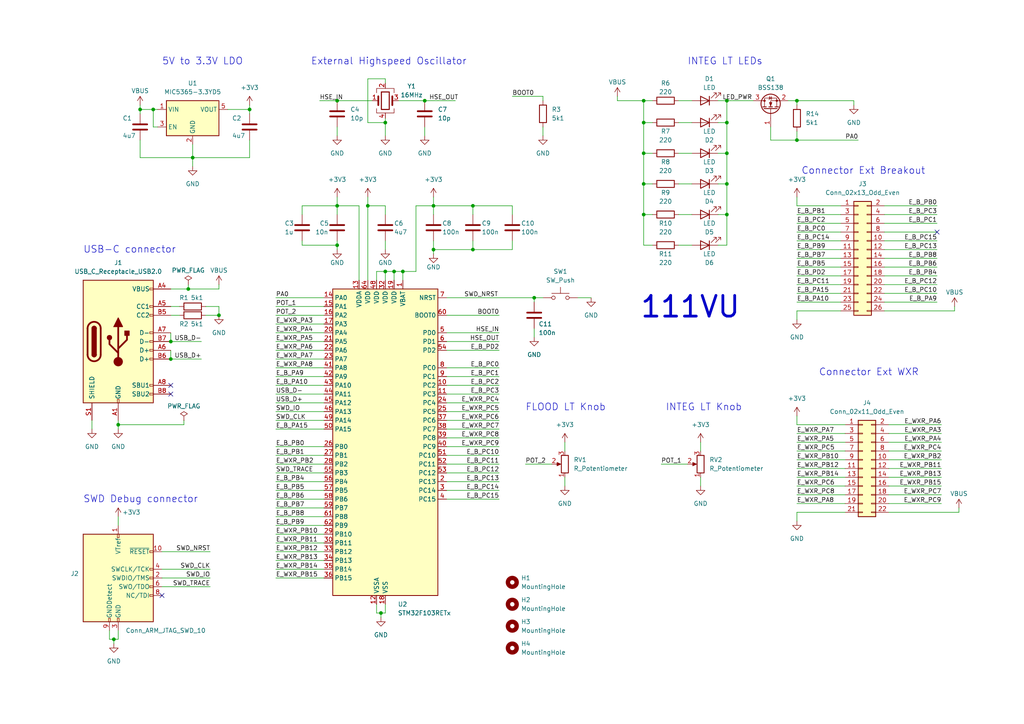
<source format=kicad_sch>
(kicad_sch (version 20230121) (generator eeschema)

  (uuid 5740ca0b-655a-4c19-bd74-b6cca34ce569)

  (paper "A4")

  (title_block
    (title "111VU")
    (date "2024-01-15")
    (rev "0.1")
  )

  

  (junction (at 186.69 35.56) (diameter 0) (color 0 0 0 0)
    (uuid 0fa51067-dcdd-4638-853e-c4d001b5fe0c)
  )
  (junction (at 231.14 29.21) (diameter 0) (color 0 0 0 0)
    (uuid 12d0678d-5c9f-40c4-9c9a-12f345cfdc8d)
  )
  (junction (at 210.82 62.23) (diameter 0) (color 0 0 0 0)
    (uuid 167e498f-a224-47d2-b0fd-ec58b25f043b)
  )
  (junction (at 210.82 29.21) (diameter 0) (color 0 0 0 0)
    (uuid 17dd96a3-c263-411b-b285-96174f8c4abd)
  )
  (junction (at 210.82 44.45) (diameter 0) (color 0 0 0 0)
    (uuid 1ad1dc14-43c8-42b6-8beb-dc72a08c2dbc)
  )
  (junction (at 33.02 185.42) (diameter 0) (color 0 0 0 0)
    (uuid 1c60d609-5ff7-4dc2-a60e-07e63366d976)
  )
  (junction (at 55.88 45.72) (diameter 0) (color 0 0 0 0)
    (uuid 2b1921ca-aaa2-4822-ba7a-336bdbbaf8ed)
  )
  (junction (at 110.49 177.8) (diameter 0) (color 0 0 0 0)
    (uuid 2dcbfe76-d796-4daf-a127-d5363b09619b)
  )
  (junction (at 186.69 62.23) (diameter 0) (color 0 0 0 0)
    (uuid 2efcae8f-3aba-490e-816e-aeedb77f4b0c)
  )
  (junction (at 186.69 53.34) (diameter 0) (color 0 0 0 0)
    (uuid 3dd9d9bf-a6d9-4b4f-bd61-152871729905)
  )
  (junction (at 154.94 86.36) (diameter 0) (color 0 0 0 0)
    (uuid 404569f3-5127-4511-a637-34de95e5cd08)
  )
  (junction (at 97.79 59.69) (diameter 0) (color 0 0 0 0)
    (uuid 42f629bd-caad-4bce-9a81-ca4768db3007)
  )
  (junction (at 49.53 104.14) (diameter 0) (color 0 0 0 0)
    (uuid 43e22a1c-f404-4373-99bd-0c12eb31405b)
  )
  (junction (at 186.69 29.21) (diameter 0) (color 0 0 0 0)
    (uuid 49cb2f9a-042b-4c31-a10f-99f0faba34b6)
  )
  (junction (at 125.73 72.39) (diameter 0) (color 0 0 0 0)
    (uuid 4d7035fa-b7d3-4f60-adea-61c88f038586)
  )
  (junction (at 125.73 59.69) (diameter 0) (color 0 0 0 0)
    (uuid 4f902fa3-3669-459c-bc2c-d7ee983e1881)
  )
  (junction (at 114.3 78.74) (diameter 0) (color 0 0 0 0)
    (uuid 5f29704b-0318-45e3-8367-e3233859d109)
  )
  (junction (at 137.16 59.69) (diameter 0) (color 0 0 0 0)
    (uuid 6b127d9a-6cfc-4e3b-90a6-5161ca078476)
  )
  (junction (at 49.53 99.06) (diameter 0) (color 0 0 0 0)
    (uuid 6daa3e7b-888a-4e82-aa01-d5da38047bf9)
  )
  (junction (at 54.61 83.82) (diameter 0) (color 0 0 0 0)
    (uuid 7b6ecf54-9f73-4341-80a0-5b87705abb64)
  )
  (junction (at 97.79 71.12) (diameter 0) (color 0 0 0 0)
    (uuid 7cd7764e-36cc-46ca-a4d2-c3264a31cbdc)
  )
  (junction (at 111.76 78.74) (diameter 0) (color 0 0 0 0)
    (uuid 7e3d4d64-3133-4ce4-926f-4031f6f437bf)
  )
  (junction (at 123.19 29.21) (diameter 0) (color 0 0 0 0)
    (uuid 92fdf9fa-8bd9-4df6-8a1b-a85a69af6728)
  )
  (junction (at 34.29 123.19) (diameter 0) (color 0 0 0 0)
    (uuid 94d5499c-1a95-46b2-bf49-6a26cafcdc41)
  )
  (junction (at 137.16 72.39) (diameter 0) (color 0 0 0 0)
    (uuid 9b63773c-1c61-42c8-b559-cb3b72b84658)
  )
  (junction (at 72.39 31.75) (diameter 0) (color 0 0 0 0)
    (uuid a06a4f8a-c415-43dc-b206-90f090ee7299)
  )
  (junction (at 63.5 91.44) (diameter 0) (color 0 0 0 0)
    (uuid a15928d8-4854-48bc-b6b9-4cd713d7b736)
  )
  (junction (at 106.68 59.69) (diameter 0) (color 0 0 0 0)
    (uuid a8bd4085-dd3e-40b8-a542-d0fe6a1d7788)
  )
  (junction (at 231.14 40.64) (diameter 0) (color 0 0 0 0)
    (uuid a94dd8e0-b61f-4707-8a94-5139be3ad4e6)
  )
  (junction (at 210.82 35.56) (diameter 0) (color 0 0 0 0)
    (uuid aec23165-54b2-44da-b598-5eafc4fa56b2)
  )
  (junction (at 97.79 29.21) (diameter 0) (color 0 0 0 0)
    (uuid affe691f-1bdc-435c-8c85-0ecbd2c20f8e)
  )
  (junction (at 186.69 44.45) (diameter 0) (color 0 0 0 0)
    (uuid b04d1fe1-5522-4fed-9a7b-6b3b3669d42b)
  )
  (junction (at 210.82 53.34) (diameter 0) (color 0 0 0 0)
    (uuid b3099a62-2752-4bda-a8d9-db47a782ca25)
  )
  (junction (at 40.64 31.75) (diameter 0) (color 0 0 0 0)
    (uuid bbd3779f-e8a7-4198-86fd-95e1eb6bb2bd)
  )
  (junction (at 116.84 78.74) (diameter 0) (color 0 0 0 0)
    (uuid d7425343-d0b1-4493-8a3a-2d18e4f57a0f)
  )
  (junction (at 44.45 31.75) (diameter 0) (color 0 0 0 0)
    (uuid f5bbedea-bb19-475d-929b-c2414a704bca)
  )
  (junction (at 111.76 35.56) (diameter 0) (color 0 0 0 0)
    (uuid fb11841a-c952-4faa-bf14-cc379b950e82)
  )

  (no_connect (at 49.53 111.76) (uuid 7e52c791-279f-4bf1-af21-d9a95d7156bb))
  (no_connect (at 46.99 172.72) (uuid d5c9b446-c56a-4aec-abce-7eea89857564))
  (no_connect (at 49.53 114.3) (uuid de059341-76dd-4323-a7fc-4a8e07e018d0))
  (no_connect (at 271.78 67.31) (uuid df944613-0d19-4229-a134-073f2c32372c))

  (wire (pts (xy 208.28 35.56) (xy 210.82 35.56))
    (stroke (width 0) (type default))
    (uuid 000f3c30-d2db-4552-8864-58880818cd3d)
  )
  (wire (pts (xy 210.82 53.34) (xy 210.82 62.23))
    (stroke (width 0) (type default))
    (uuid 005d8a26-8eb9-4f46-8583-3d6e94adbc2a)
  )
  (wire (pts (xy 186.69 62.23) (xy 189.23 62.23))
    (stroke (width 0) (type default))
    (uuid 0064b704-c687-4df0-a7ac-20279cf92963)
  )
  (wire (pts (xy 114.3 78.74) (xy 116.84 78.74))
    (stroke (width 0) (type default))
    (uuid 013fb74b-3b70-411b-b67d-2c95da60f035)
  )
  (wire (pts (xy 256.54 69.85) (xy 271.78 69.85))
    (stroke (width 0) (type default))
    (uuid 031fe79c-6cb6-44de-aa72-5594e8bf2520)
  )
  (wire (pts (xy 203.2 138.43) (xy 203.2 140.97))
    (stroke (width 0) (type default))
    (uuid 0463d66f-3282-4aed-be9f-6e72070b1dd1)
  )
  (wire (pts (xy 125.73 59.69) (xy 137.16 59.69))
    (stroke (width 0) (type default))
    (uuid 04847588-42d6-4ccf-b25e-ffe49c8ebb1c)
  )
  (wire (pts (xy 154.94 86.36) (xy 157.48 86.36))
    (stroke (width 0) (type default))
    (uuid 05e8fcc9-8f37-45f0-b810-ba2333471520)
  )
  (wire (pts (xy 97.79 36.83) (xy 97.79 39.37))
    (stroke (width 0) (type default))
    (uuid 060e10b8-4e30-461e-8f36-50eb5e16a300)
  )
  (wire (pts (xy 129.54 109.22) (xy 144.78 109.22))
    (stroke (width 0) (type default))
    (uuid 08960750-8fff-4680-92f7-e883b4f1f556)
  )
  (wire (pts (xy 210.82 62.23) (xy 210.82 71.12))
    (stroke (width 0) (type default))
    (uuid 0b8d3c61-b4fd-45f8-ab33-a261ab8455ae)
  )
  (wire (pts (xy 80.01 139.7) (xy 93.98 139.7))
    (stroke (width 0) (type default))
    (uuid 0c29b7a6-eb65-4a8c-b6c8-77fadb9197d6)
  )
  (wire (pts (xy 223.52 40.64) (xy 231.14 40.64))
    (stroke (width 0) (type default))
    (uuid 0ce07208-3281-4298-96f0-47fc35add194)
  )
  (wire (pts (xy 46.99 160.02) (xy 60.96 160.02))
    (stroke (width 0) (type default))
    (uuid 0de6fa0e-bcfd-4405-9a32-2aa7d7605898)
  )
  (wire (pts (xy 80.01 129.54) (xy 93.98 129.54))
    (stroke (width 0) (type default))
    (uuid 0e9adbe9-3fe7-440c-804d-7c61090db9e1)
  )
  (wire (pts (xy 80.01 157.48) (xy 93.98 157.48))
    (stroke (width 0) (type default))
    (uuid 0ea582f6-0a9d-495e-a23b-1fb36f65c7f9)
  )
  (wire (pts (xy 80.01 147.32) (xy 93.98 147.32))
    (stroke (width 0) (type default))
    (uuid 0ef083e0-8845-4bfe-9b50-d16a41e2529c)
  )
  (wire (pts (xy 257.81 125.73) (xy 273.05 125.73))
    (stroke (width 0) (type default))
    (uuid 0fc254ad-7c29-409a-a387-9a1a8fe616ae)
  )
  (wire (pts (xy 125.73 69.85) (xy 125.73 72.39))
    (stroke (width 0) (type default))
    (uuid 10050359-6c5b-4d95-bd60-17b1b97c0e36)
  )
  (wire (pts (xy 111.76 59.69) (xy 111.76 62.23))
    (stroke (width 0) (type default))
    (uuid 1096ab1b-41d8-46da-8912-9f3ba07f8f9b)
  )
  (wire (pts (xy 80.01 99.06) (xy 93.98 99.06))
    (stroke (width 0) (type default))
    (uuid 10efa3f2-df42-4111-b123-4539607ab2b7)
  )
  (wire (pts (xy 129.54 121.92) (xy 144.78 121.92))
    (stroke (width 0) (type default))
    (uuid 11040791-0875-492e-8705-a753fe59a812)
  )
  (wire (pts (xy 33.02 185.42) (xy 33.02 186.69))
    (stroke (width 0) (type default))
    (uuid 11c1a1a1-6e3a-4bcc-9368-5f85763dd2d7)
  )
  (wire (pts (xy 40.64 31.75) (xy 44.45 31.75))
    (stroke (width 0) (type default))
    (uuid 12e0e279-ded3-4a3c-abbe-206edf1f6a0c)
  )
  (wire (pts (xy 231.14 64.77) (xy 243.84 64.77))
    (stroke (width 0) (type default))
    (uuid 133b4311-c7f5-4af2-8bb6-8ec5cd75a6f3)
  )
  (wire (pts (xy 31.75 182.88) (xy 31.75 185.42))
    (stroke (width 0) (type default))
    (uuid 156ae0d1-f1c6-4eba-a8b0-adcedee7fe2c)
  )
  (wire (pts (xy 208.28 29.21) (xy 210.82 29.21))
    (stroke (width 0) (type default))
    (uuid 15ecf47d-089b-435b-a76b-ec8f624d0888)
  )
  (wire (pts (xy 223.52 36.83) (xy 223.52 40.64))
    (stroke (width 0) (type default))
    (uuid 1609296a-5640-4983-84d0-9acaa9c89843)
  )
  (wire (pts (xy 210.82 35.56) (xy 210.82 44.45))
    (stroke (width 0) (type default))
    (uuid 163094c6-a22b-43fd-9b30-61a8c0a9672f)
  )
  (wire (pts (xy 137.16 69.85) (xy 137.16 72.39))
    (stroke (width 0) (type default))
    (uuid 172bb47f-0037-4844-9a9b-51b9e12fd496)
  )
  (wire (pts (xy 111.76 69.85) (xy 111.76 72.39))
    (stroke (width 0) (type default))
    (uuid 17da7ac7-9940-4d33-b3c8-8aa70c7ca9ae)
  )
  (wire (pts (xy 97.79 57.15) (xy 97.79 59.69))
    (stroke (width 0) (type default))
    (uuid 190739b9-e921-4a1b-9d67-4f1ce53b3de1)
  )
  (wire (pts (xy 123.19 36.83) (xy 123.19 39.37))
    (stroke (width 0) (type default))
    (uuid 1c43a984-117c-4f04-a812-e06535f4c5d9)
  )
  (wire (pts (xy 276.86 88.9) (xy 276.86 90.17))
    (stroke (width 0) (type default))
    (uuid 1f2b1ecd-0c60-4765-9bb8-b20521a49bd2)
  )
  (wire (pts (xy 247.65 30.48) (xy 247.65 29.21))
    (stroke (width 0) (type default))
    (uuid 1f342ac5-7492-48b4-a589-ed2402e51c12)
  )
  (wire (pts (xy 46.99 165.1) (xy 60.96 165.1))
    (stroke (width 0) (type default))
    (uuid 1fec02f9-be0f-49be-823d-e9eafad81b29)
  )
  (wire (pts (xy 243.84 59.69) (xy 231.14 59.69))
    (stroke (width 0) (type default))
    (uuid 1ff32272-b4a0-46f6-882e-b6845af06ec9)
  )
  (wire (pts (xy 186.69 53.34) (xy 186.69 62.23))
    (stroke (width 0) (type default))
    (uuid 2117bc2d-8706-494a-bd4d-c293bf11544c)
  )
  (wire (pts (xy 129.54 111.76) (xy 144.78 111.76))
    (stroke (width 0) (type default))
    (uuid 217e16a5-0ace-4bca-bbae-5b06520e4127)
  )
  (wire (pts (xy 231.14 80.01) (xy 243.84 80.01))
    (stroke (width 0) (type default))
    (uuid 223b2aad-05c4-4155-a521-2918f765a64a)
  )
  (wire (pts (xy 257.81 133.35) (xy 273.05 133.35))
    (stroke (width 0) (type default))
    (uuid 22bd623c-de04-4d6c-b5de-88c1b9bc30dc)
  )
  (wire (pts (xy 129.54 119.38) (xy 144.78 119.38))
    (stroke (width 0) (type default))
    (uuid 23351827-82ed-4f5f-96ce-180325481ad7)
  )
  (wire (pts (xy 55.88 41.91) (xy 55.88 45.72))
    (stroke (width 0) (type default))
    (uuid 23fc5e79-c876-43a1-81f6-a3c4faec6e77)
  )
  (wire (pts (xy 210.82 44.45) (xy 210.82 53.34))
    (stroke (width 0) (type default))
    (uuid 249cf519-7bb3-4e38-b004-a3a3f5eb7729)
  )
  (wire (pts (xy 80.01 144.78) (xy 93.98 144.78))
    (stroke (width 0) (type default))
    (uuid 27a472ac-f10e-4972-9358-e8a84ef67b01)
  )
  (wire (pts (xy 257.81 130.81) (xy 273.05 130.81))
    (stroke (width 0) (type default))
    (uuid 299673da-939d-4021-9882-d4f1260776c6)
  )
  (wire (pts (xy 111.76 22.86) (xy 106.68 22.86))
    (stroke (width 0) (type default))
    (uuid 2a9ba7a0-8eaf-4448-9c19-2ae556d2a337)
  )
  (wire (pts (xy 110.49 177.8) (xy 110.49 179.07))
    (stroke (width 0) (type default))
    (uuid 2ac958ed-6ccb-4d2c-80c8-5d730be8c1a2)
  )
  (wire (pts (xy 256.54 82.55) (xy 271.78 82.55))
    (stroke (width 0) (type default))
    (uuid 2badd1b7-1c79-40a4-9d69-9e9b7db0a1bc)
  )
  (wire (pts (xy 231.14 148.59) (xy 245.11 148.59))
    (stroke (width 0) (type default))
    (uuid 2c22f1b9-3970-414e-b2f4-a2b9a405e482)
  )
  (wire (pts (xy 129.54 132.08) (xy 144.78 132.08))
    (stroke (width 0) (type default))
    (uuid 2cabd486-acdd-4659-8814-5a5df849c962)
  )
  (wire (pts (xy 231.14 87.63) (xy 243.84 87.63))
    (stroke (width 0) (type default))
    (uuid 2d116af4-8286-46cf-8ed0-a3060c897ba9)
  )
  (wire (pts (xy 59.69 91.44) (xy 63.5 91.44))
    (stroke (width 0) (type default))
    (uuid 2d3b6166-9244-425b-a981-a4aa007e5ca2)
  )
  (wire (pts (xy 87.63 62.23) (xy 87.63 59.69))
    (stroke (width 0) (type default))
    (uuid 2d44685b-e02e-4177-9d31-d2d8cc237d92)
  )
  (wire (pts (xy 231.14 72.39) (xy 243.84 72.39))
    (stroke (width 0) (type default))
    (uuid 2d680f5b-3b33-482f-bcad-751ae84dc5c8)
  )
  (wire (pts (xy 186.69 44.45) (xy 189.23 44.45))
    (stroke (width 0) (type default))
    (uuid 2e6a3542-46f5-4d07-b324-bfb155724b59)
  )
  (wire (pts (xy 196.85 29.21) (xy 200.66 29.21))
    (stroke (width 0) (type default))
    (uuid 2f13497b-4181-46ef-8d0d-badc8e4372e9)
  )
  (wire (pts (xy 80.01 124.46) (xy 93.98 124.46))
    (stroke (width 0) (type default))
    (uuid 2f1b32d1-b651-4292-87ce-5c89bfb6d012)
  )
  (wire (pts (xy 49.53 99.06) (xy 58.42 99.06))
    (stroke (width 0) (type default))
    (uuid 2f7abde7-22bd-44eb-bf30-9685557cb1a1)
  )
  (wire (pts (xy 129.54 96.52) (xy 144.78 96.52))
    (stroke (width 0) (type default))
    (uuid 30aa99ea-6a05-4d46-ba9b-2ab146a5806d)
  )
  (wire (pts (xy 80.01 132.08) (xy 93.98 132.08))
    (stroke (width 0) (type default))
    (uuid 30e5cf48-273c-4f32-9cdd-d6154f31c5cb)
  )
  (wire (pts (xy 115.57 29.21) (xy 123.19 29.21))
    (stroke (width 0) (type default))
    (uuid 32fa1ea4-f590-4232-805b-f9e63fc3d051)
  )
  (wire (pts (xy 231.14 128.27) (xy 245.11 128.27))
    (stroke (width 0) (type default))
    (uuid 3371feb1-8598-4157-aad6-46ad00e177e8)
  )
  (wire (pts (xy 231.14 74.93) (xy 243.84 74.93))
    (stroke (width 0) (type default))
    (uuid 36b20240-03f2-4274-b1e0-813d48fac8ba)
  )
  (wire (pts (xy 257.81 143.51) (xy 273.05 143.51))
    (stroke (width 0) (type default))
    (uuid 36b7eac1-0e42-4f59-a373-282ea4823cdf)
  )
  (wire (pts (xy 208.28 44.45) (xy 210.82 44.45))
    (stroke (width 0) (type default))
    (uuid 377a8073-23ea-46ac-a73f-f136652c7df0)
  )
  (wire (pts (xy 196.85 62.23) (xy 200.66 62.23))
    (stroke (width 0) (type default))
    (uuid 37c278de-c3c3-4d6e-94b7-620c6e6ddd93)
  )
  (wire (pts (xy 59.69 88.9) (xy 63.5 88.9))
    (stroke (width 0) (type default))
    (uuid 38edcb7f-f3ff-4204-bf25-e49fbbf5c751)
  )
  (wire (pts (xy 53.34 123.19) (xy 34.29 123.19))
    (stroke (width 0) (type default))
    (uuid 39a70a05-2803-41c0-87b1-0ca49827ba0d)
  )
  (wire (pts (xy 256.54 87.63) (xy 271.78 87.63))
    (stroke (width 0) (type default))
    (uuid 3afc3492-5657-4412-acb5-912b73eac894)
  )
  (wire (pts (xy 104.14 59.69) (xy 97.79 59.69))
    (stroke (width 0) (type default))
    (uuid 3ce25f19-dd47-4b75-b294-47131bdac816)
  )
  (wire (pts (xy 87.63 59.69) (xy 97.79 59.69))
    (stroke (width 0) (type default))
    (uuid 3cecd9e4-1dbd-415d-9a30-c188dca3f7d5)
  )
  (wire (pts (xy 34.29 121.92) (xy 34.29 123.19))
    (stroke (width 0) (type default))
    (uuid 3d20c474-823a-4fb5-a8c6-bcc8402bbcdb)
  )
  (wire (pts (xy 257.81 128.27) (xy 273.05 128.27))
    (stroke (width 0) (type default))
    (uuid 3e826027-6dac-4c42-be7b-04c7bb1fc69d)
  )
  (wire (pts (xy 129.54 127) (xy 144.78 127))
    (stroke (width 0) (type default))
    (uuid 3ead91cc-d710-4665-a7ed-fadb9108c93a)
  )
  (wire (pts (xy 148.59 27.94) (xy 157.48 27.94))
    (stroke (width 0) (type default))
    (uuid 3ecf414c-08b6-47ca-9695-c09388434a5b)
  )
  (wire (pts (xy 104.14 59.69) (xy 104.14 81.28))
    (stroke (width 0) (type default))
    (uuid 3f1ec9ee-f1bb-4316-a027-a93574520652)
  )
  (wire (pts (xy 129.54 91.44) (xy 144.78 91.44))
    (stroke (width 0) (type default))
    (uuid 410a719c-b38c-4b95-8e72-b6296bfd0097)
  )
  (wire (pts (xy 257.81 146.05) (xy 273.05 146.05))
    (stroke (width 0) (type default))
    (uuid 415bbe1e-b642-4b4f-915b-98d786a16088)
  )
  (wire (pts (xy 80.01 111.76) (xy 93.98 111.76))
    (stroke (width 0) (type default))
    (uuid 41f41795-f978-4530-a575-595191bfc928)
  )
  (wire (pts (xy 203.2 128.27) (xy 203.2 130.81))
    (stroke (width 0) (type default))
    (uuid 4238ec4e-4da9-4362-8bb4-d23dfc45d30a)
  )
  (wire (pts (xy 40.64 31.75) (xy 40.64 33.02))
    (stroke (width 0) (type default))
    (uuid 42b0ae2e-b2e9-432d-9abc-de3c5fe361a6)
  )
  (wire (pts (xy 111.76 78.74) (xy 114.3 78.74))
    (stroke (width 0) (type default))
    (uuid 4363a51d-f381-43ca-b105-45ef52d8ddaa)
  )
  (wire (pts (xy 87.63 71.12) (xy 97.79 71.12))
    (stroke (width 0) (type default))
    (uuid 45264701-2f52-4889-b0f7-633a099ab069)
  )
  (wire (pts (xy 111.76 175.26) (xy 111.76 177.8))
    (stroke (width 0) (type default))
    (uuid 45edc67c-d8d4-4a13-8586-d5c866291a9b)
  )
  (wire (pts (xy 157.48 36.83) (xy 157.48 39.37))
    (stroke (width 0) (type default))
    (uuid 482f4782-d902-4979-8bc1-488e3f2b3f9e)
  )
  (wire (pts (xy 54.61 82.55) (xy 54.61 83.82))
    (stroke (width 0) (type default))
    (uuid 48946026-ecb4-495e-a133-26d8a78f2216)
  )
  (wire (pts (xy 231.14 146.05) (xy 245.11 146.05))
    (stroke (width 0) (type default))
    (uuid 4936c6a1-f790-4016-94bd-7910cf9d3a41)
  )
  (wire (pts (xy 278.13 147.32) (xy 278.13 148.59))
    (stroke (width 0) (type default))
    (uuid 49f3eadb-5930-46fe-be98-ea99e180eb58)
  )
  (wire (pts (xy 191.77 134.62) (xy 199.39 134.62))
    (stroke (width 0) (type default))
    (uuid 4a4522a4-ff68-4daf-962a-123420667ffc)
  )
  (wire (pts (xy 186.69 35.56) (xy 186.69 44.45))
    (stroke (width 0) (type default))
    (uuid 4aea78ff-9235-4074-a775-d890026d9157)
  )
  (wire (pts (xy 196.85 44.45) (xy 200.66 44.45))
    (stroke (width 0) (type default))
    (uuid 4afa499b-fc4b-4360-9569-393da8fceca2)
  )
  (wire (pts (xy 80.01 86.36) (xy 93.98 86.36))
    (stroke (width 0) (type default))
    (uuid 4eec0bee-50c0-4d9d-8e07-8eadde9e9be5)
  )
  (wire (pts (xy 55.88 45.72) (xy 72.39 45.72))
    (stroke (width 0) (type default))
    (uuid 5069b1d8-f44e-4d57-9ff1-71618293e9d5)
  )
  (wire (pts (xy 129.54 116.84) (xy 144.78 116.84))
    (stroke (width 0) (type default))
    (uuid 5265fffc-31ab-4df2-88c1-fb36bf4eb2ac)
  )
  (wire (pts (xy 208.28 62.23) (xy 210.82 62.23))
    (stroke (width 0) (type default))
    (uuid 52e31386-694e-4951-b680-1cc4d36661dd)
  )
  (wire (pts (xy 31.75 185.42) (xy 33.02 185.42))
    (stroke (width 0) (type default))
    (uuid 536249b9-139e-4933-b1ec-ec2ddc1cf787)
  )
  (wire (pts (xy 44.45 31.75) (xy 45.72 31.75))
    (stroke (width 0) (type default))
    (uuid 54b4904a-2b1c-4bcf-b507-c0f6e41dc409)
  )
  (wire (pts (xy 129.54 86.36) (xy 154.94 86.36))
    (stroke (width 0) (type default))
    (uuid 550db694-027e-4ed0-8a8a-a7137c2d8d0e)
  )
  (wire (pts (xy 80.01 93.98) (xy 93.98 93.98))
    (stroke (width 0) (type default))
    (uuid 55803bf1-d9ec-4561-b9aa-5f1365f79ea5)
  )
  (wire (pts (xy 114.3 78.74) (xy 114.3 81.28))
    (stroke (width 0) (type default))
    (uuid 56a48f74-af5a-4107-84dd-44320a9aae73)
  )
  (wire (pts (xy 257.81 135.89) (xy 273.05 135.89))
    (stroke (width 0) (type default))
    (uuid 58768011-fcdd-404e-84ba-0b63f98bce65)
  )
  (wire (pts (xy 210.82 29.21) (xy 218.44 29.21))
    (stroke (width 0) (type default))
    (uuid 58c47b34-f93e-4291-8e3b-e914ffffd543)
  )
  (wire (pts (xy 123.19 29.21) (xy 132.08 29.21))
    (stroke (width 0) (type default))
    (uuid 5907fa0b-0e70-4f6d-8d6c-7d5e55e0dce8)
  )
  (wire (pts (xy 231.14 140.97) (xy 245.11 140.97))
    (stroke (width 0) (type default))
    (uuid 597e0541-ae0c-4817-bf22-e3d44995672c)
  )
  (wire (pts (xy 256.54 62.23) (xy 271.78 62.23))
    (stroke (width 0) (type default))
    (uuid 59990080-a5a6-42ea-b452-b5e2eb32ec48)
  )
  (wire (pts (xy 40.64 40.64) (xy 40.64 45.72))
    (stroke (width 0) (type default))
    (uuid 5a72b2e7-5be6-4ea8-8a94-1352dfd7ee75)
  )
  (wire (pts (xy 129.54 114.3) (xy 144.78 114.3))
    (stroke (width 0) (type default))
    (uuid 5a8ccbce-76f7-43a3-b99f-251bc7fe054f)
  )
  (wire (pts (xy 179.07 29.21) (xy 179.07 27.94))
    (stroke (width 0) (type default))
    (uuid 5c950eb7-1208-4e33-a28f-047f0062ef0e)
  )
  (wire (pts (xy 129.54 129.54) (xy 144.78 129.54))
    (stroke (width 0) (type default))
    (uuid 5d279d21-5663-4da3-bb22-bcad169a0a89)
  )
  (wire (pts (xy 186.69 29.21) (xy 189.23 29.21))
    (stroke (width 0) (type default))
    (uuid 5d37c896-6ccd-4eb6-b97d-06fd8af25081)
  )
  (wire (pts (xy 186.69 44.45) (xy 186.69 53.34))
    (stroke (width 0) (type default))
    (uuid 5d64061c-b985-4a33-b8f4-610cec98ad19)
  )
  (wire (pts (xy 256.54 72.39) (xy 271.78 72.39))
    (stroke (width 0) (type default))
    (uuid 608feaaf-fa2e-445a-9504-c8d17c892dfd)
  )
  (wire (pts (xy 66.04 31.75) (xy 72.39 31.75))
    (stroke (width 0) (type default))
    (uuid 617ce0d8-254e-4a35-8d2b-3f40e2a15518)
  )
  (wire (pts (xy 196.85 71.12) (xy 200.66 71.12))
    (stroke (width 0) (type default))
    (uuid 61b194f9-4c66-4549-b1ed-fdd023ce1a79)
  )
  (wire (pts (xy 154.94 95.25) (xy 154.94 97.79))
    (stroke (width 0) (type default))
    (uuid 65332cfe-54ff-4375-bc31-57384faf9c2b)
  )
  (wire (pts (xy 179.07 29.21) (xy 186.69 29.21))
    (stroke (width 0) (type default))
    (uuid 65b1fcb2-b43f-4fcc-acba-b8b1a3962aca)
  )
  (wire (pts (xy 33.02 185.42) (xy 34.29 185.42))
    (stroke (width 0) (type default))
    (uuid 65e6e68e-3a4c-4246-8e55-43ef27c59119)
  )
  (wire (pts (xy 55.88 48.26) (xy 55.88 45.72))
    (stroke (width 0) (type default))
    (uuid 65e9b324-ad31-4bf7-8cb7-fa7b2f0e9c99)
  )
  (wire (pts (xy 137.16 59.69) (xy 137.16 62.23))
    (stroke (width 0) (type default))
    (uuid 67693e21-e324-4f12-8825-7806fb444906)
  )
  (wire (pts (xy 137.16 59.69) (xy 148.59 59.69))
    (stroke (width 0) (type default))
    (uuid 69360a21-105a-43d7-9090-f199ea503c35)
  )
  (wire (pts (xy 257.81 148.59) (xy 278.13 148.59))
    (stroke (width 0) (type default))
    (uuid 6d7d8464-cb25-47c6-8fae-7b7892073b67)
  )
  (wire (pts (xy 80.01 104.14) (xy 93.98 104.14))
    (stroke (width 0) (type default))
    (uuid 6fd8f0bb-1f58-482c-ae28-354d54e2cbac)
  )
  (wire (pts (xy 189.23 35.56) (xy 186.69 35.56))
    (stroke (width 0) (type default))
    (uuid 7101862f-c57f-4aa3-af9d-aff543c31789)
  )
  (wire (pts (xy 53.34 121.92) (xy 53.34 123.19))
    (stroke (width 0) (type default))
    (uuid 71f493ba-dd60-4cae-a091-d6781bcdb4c5)
  )
  (wire (pts (xy 231.14 143.51) (xy 245.11 143.51))
    (stroke (width 0) (type default))
    (uuid 7219bfcf-349d-4d8b-9553-b1e2dcd0bab2)
  )
  (wire (pts (xy 189.23 71.12) (xy 186.69 71.12))
    (stroke (width 0) (type default))
    (uuid 7337ce00-6e22-4992-8868-d691328b1106)
  )
  (wire (pts (xy 231.14 120.65) (xy 231.14 123.19))
    (stroke (width 0) (type default))
    (uuid 73a8253f-8f70-427a-b3d3-e7a6b08c2a5d)
  )
  (wire (pts (xy 231.14 130.81) (xy 245.11 130.81))
    (stroke (width 0) (type default))
    (uuid 73ec6d6f-2733-4cc4-8683-50ea407b3164)
  )
  (wire (pts (xy 231.14 148.59) (xy 231.14 151.13))
    (stroke (width 0) (type default))
    (uuid 747b5248-8301-4e1b-b55a-56e84d6eee07)
  )
  (wire (pts (xy 72.39 30.48) (xy 72.39 31.75))
    (stroke (width 0) (type default))
    (uuid 7497168e-5bb9-45d1-9796-74815f86a675)
  )
  (wire (pts (xy 148.59 69.85) (xy 148.59 72.39))
    (stroke (width 0) (type default))
    (uuid 74b5d195-dec1-40be-bdb2-5074d95fca64)
  )
  (wire (pts (xy 129.54 134.62) (xy 144.78 134.62))
    (stroke (width 0) (type default))
    (uuid 75128cf9-d6b9-4888-9486-5947d3293a2b)
  )
  (wire (pts (xy 208.28 53.34) (xy 210.82 53.34))
    (stroke (width 0) (type default))
    (uuid 7628f3d0-ea89-4fe4-858f-f70881d4e876)
  )
  (wire (pts (xy 97.79 72.39) (xy 97.79 71.12))
    (stroke (width 0) (type default))
    (uuid 772b8a54-171c-44c3-a551-6db6ef841204)
  )
  (wire (pts (xy 109.22 175.26) (xy 109.22 177.8))
    (stroke (width 0) (type default))
    (uuid 79388906-8a9b-4e98-9e6d-540af7d14b09)
  )
  (wire (pts (xy 63.5 88.9) (xy 63.5 91.44))
    (stroke (width 0) (type default))
    (uuid 7a98c6ca-86ea-4c9c-81e5-9fb7096c121c)
  )
  (wire (pts (xy 186.69 53.34) (xy 189.23 53.34))
    (stroke (width 0) (type default))
    (uuid 7b38e39e-c91c-4149-a482-9055eb5e9990)
  )
  (wire (pts (xy 109.22 78.74) (xy 111.76 78.74))
    (stroke (width 0) (type default))
    (uuid 7d56d791-cc7c-458b-bb36-915452050d31)
  )
  (wire (pts (xy 111.76 24.13) (xy 111.76 22.86))
    (stroke (width 0) (type default))
    (uuid 7e1a8fe5-c113-480b-98be-281a71bf8f43)
  )
  (wire (pts (xy 208.28 71.12) (xy 210.82 71.12))
    (stroke (width 0) (type default))
    (uuid 7f570547-dd1a-4280-b26d-20c134a2005f)
  )
  (wire (pts (xy 111.76 177.8) (xy 110.49 177.8))
    (stroke (width 0) (type default))
    (uuid 803f7d38-5a52-4850-a8b5-49aedfadde54)
  )
  (wire (pts (xy 148.59 62.23) (xy 148.59 59.69))
    (stroke (width 0) (type default))
    (uuid 820d98e4-3612-4faf-a029-644f9811c28e)
  )
  (wire (pts (xy 80.01 149.86) (xy 93.98 149.86))
    (stroke (width 0) (type default))
    (uuid 8248fdde-8cf6-4e91-9d94-040c2e0a99de)
  )
  (wire (pts (xy 256.54 80.01) (xy 271.78 80.01))
    (stroke (width 0) (type default))
    (uuid 824e78be-801d-461c-8672-dc59d08534fb)
  )
  (wire (pts (xy 80.01 137.16) (xy 93.98 137.16))
    (stroke (width 0) (type default))
    (uuid 82d79044-4cac-4c1a-8fbe-139954239921)
  )
  (wire (pts (xy 256.54 85.09) (xy 271.78 85.09))
    (stroke (width 0) (type default))
    (uuid 833d2c33-1022-4802-8b1a-31fd8ebff9a8)
  )
  (wire (pts (xy 231.14 133.35) (xy 245.11 133.35))
    (stroke (width 0) (type default))
    (uuid 83ba98b4-689c-42bf-ab2a-05ea9321baf2)
  )
  (wire (pts (xy 129.54 137.16) (xy 144.78 137.16))
    (stroke (width 0) (type default))
    (uuid 83fa09f0-eeb6-45ab-b76c-3983d74e28c7)
  )
  (wire (pts (xy 256.54 90.17) (xy 276.86 90.17))
    (stroke (width 0) (type default))
    (uuid 86365b5d-8df9-4b5e-a5b5-f5c2d2d4bb08)
  )
  (wire (pts (xy 80.01 106.68) (xy 93.98 106.68))
    (stroke (width 0) (type default))
    (uuid 86bc5b74-a4b5-450f-86b4-c4703a81f9e8)
  )
  (wire (pts (xy 231.14 138.43) (xy 245.11 138.43))
    (stroke (width 0) (type default))
    (uuid 875af2e2-3011-49ef-9cf1-3b8d1aa6a558)
  )
  (wire (pts (xy 97.79 59.69) (xy 97.79 62.23))
    (stroke (width 0) (type default))
    (uuid 875dcde3-d9b1-4261-b2ff-4d8621bb8b93)
  )
  (wire (pts (xy 247.65 29.21) (xy 231.14 29.21))
    (stroke (width 0) (type default))
    (uuid 87a4d5cf-d97b-461b-b5ab-2ba8f0629c81)
  )
  (wire (pts (xy 231.14 85.09) (xy 243.84 85.09))
    (stroke (width 0) (type default))
    (uuid 87b458c3-444e-48bd-9c1d-1ce0826eceeb)
  )
  (wire (pts (xy 157.48 27.94) (xy 157.48 29.21))
    (stroke (width 0) (type default))
    (uuid 883bf4a5-8455-467f-a591-ee9602f29502)
  )
  (wire (pts (xy 80.01 154.94) (xy 93.98 154.94))
    (stroke (width 0) (type default))
    (uuid 88a50611-570f-4953-b80c-f4a27d1d97fb)
  )
  (wire (pts (xy 231.14 135.89) (xy 245.11 135.89))
    (stroke (width 0) (type default))
    (uuid 895839e6-bcaf-4bed-84a5-63c5c001abed)
  )
  (wire (pts (xy 129.54 99.06) (xy 144.78 99.06))
    (stroke (width 0) (type default))
    (uuid 89e0a0ee-23eb-46db-9def-3bf9dc353f79)
  )
  (wire (pts (xy 256.54 74.93) (xy 271.78 74.93))
    (stroke (width 0) (type default))
    (uuid 8a27ba5a-2b44-46e6-9194-44c1ea9ca755)
  )
  (wire (pts (xy 80.01 88.9) (xy 93.98 88.9))
    (stroke (width 0) (type default))
    (uuid 8a2c5a05-02a9-4f72-a99a-9052c178574f)
  )
  (wire (pts (xy 40.64 45.72) (xy 55.88 45.72))
    (stroke (width 0) (type default))
    (uuid 8a2ed03c-01db-442d-ab41-f2989ed4129c)
  )
  (wire (pts (xy 26.67 121.92) (xy 26.67 124.46))
    (stroke (width 0) (type default))
    (uuid 8a99a176-4173-4611-a12a-f7950ec44274)
  )
  (wire (pts (xy 106.68 22.86) (xy 106.68 35.56))
    (stroke (width 0) (type default))
    (uuid 8a9c972a-6298-4e80-934b-fa45c02afc70)
  )
  (wire (pts (xy 256.54 67.31) (xy 271.78 67.31))
    (stroke (width 0) (type default))
    (uuid 8bf2fa1a-68c5-40cf-8cf9-f76ca9f8dad0)
  )
  (wire (pts (xy 49.53 91.44) (xy 52.07 91.44))
    (stroke (width 0) (type default))
    (uuid 8c74f273-8b7e-4ca2-81e8-7901219371e0)
  )
  (wire (pts (xy 167.64 86.36) (xy 171.45 86.36))
    (stroke (width 0) (type default))
    (uuid 8c885c0c-31c4-4200-802f-7e61d879f245)
  )
  (wire (pts (xy 80.01 162.56) (xy 93.98 162.56))
    (stroke (width 0) (type default))
    (uuid 8ce17427-3ffa-43d3-9639-d68a991fe58e)
  )
  (wire (pts (xy 210.82 29.21) (xy 210.82 35.56))
    (stroke (width 0) (type default))
    (uuid 8d2b4c80-6992-45f2-86c4-a0d67b7cb13a)
  )
  (wire (pts (xy 231.14 57.15) (xy 231.14 59.69))
    (stroke (width 0) (type default))
    (uuid 8d5de446-8ea0-4e2c-88cb-515e9930840d)
  )
  (wire (pts (xy 72.39 40.64) (xy 72.39 45.72))
    (stroke (width 0) (type default))
    (uuid 8dd4ecfb-1365-4fa9-95ee-596aaef991f9)
  )
  (wire (pts (xy 97.79 69.85) (xy 97.79 71.12))
    (stroke (width 0) (type default))
    (uuid 8fa94511-37ed-4cdf-ae80-ad28560ba829)
  )
  (wire (pts (xy 257.81 123.19) (xy 273.05 123.19))
    (stroke (width 0) (type default))
    (uuid 9042c39c-7f3c-48c8-aa43-ed5f6324b714)
  )
  (wire (pts (xy 106.68 59.69) (xy 106.68 81.28))
    (stroke (width 0) (type default))
    (uuid 9118a413-570e-456d-8544-5ad51bdedb93)
  )
  (wire (pts (xy 154.94 86.36) (xy 154.94 87.63))
    (stroke (width 0) (type default))
    (uuid 91ffaf9a-bbdb-4b16-bf37-6949410bdd95)
  )
  (wire (pts (xy 80.01 101.6) (xy 93.98 101.6))
    (stroke (width 0) (type default))
    (uuid 95b109bf-ad2b-41a1-8ef3-f7b1f141e0c8)
  )
  (wire (pts (xy 106.68 35.56) (xy 111.76 35.56))
    (stroke (width 0) (type default))
    (uuid 96fc5858-63dd-49a8-b576-bcb09045a011)
  )
  (wire (pts (xy 80.01 116.84) (xy 93.98 116.84))
    (stroke (width 0) (type default))
    (uuid 973c4ad4-b1f5-4df9-8386-815adf02b00d)
  )
  (wire (pts (xy 129.54 101.6) (xy 144.78 101.6))
    (stroke (width 0) (type default))
    (uuid 9765c0ad-c9b5-45c4-8707-c5f5c5d4c109)
  )
  (wire (pts (xy 256.54 77.47) (xy 271.78 77.47))
    (stroke (width 0) (type default))
    (uuid 9773d962-e428-4d77-8182-2107c0b10c1e)
  )
  (wire (pts (xy 80.01 121.92) (xy 93.98 121.92))
    (stroke (width 0) (type default))
    (uuid 97b0a11a-842a-4306-addf-07605f0abe5e)
  )
  (wire (pts (xy 231.14 77.47) (xy 243.84 77.47))
    (stroke (width 0) (type default))
    (uuid 9ae34e4e-7b0b-4b05-a8c3-83634817b0b0)
  )
  (wire (pts (xy 120.65 78.74) (xy 116.84 78.74))
    (stroke (width 0) (type default))
    (uuid 9c1389ee-d1ac-4160-a071-ae9bc87d0207)
  )
  (wire (pts (xy 44.45 31.75) (xy 44.45 36.83))
    (stroke (width 0) (type default))
    (uuid 9dec89b7-c224-4aa2-9bf9-b10938e96d26)
  )
  (wire (pts (xy 257.81 138.43) (xy 273.05 138.43))
    (stroke (width 0) (type default))
    (uuid 9e4086da-7dba-48b9-865a-6daee9bba9fa)
  )
  (wire (pts (xy 137.16 72.39) (xy 125.73 72.39))
    (stroke (width 0) (type default))
    (uuid a00cf6c7-48b6-499b-81e4-ea9bbe9d2e84)
  )
  (wire (pts (xy 257.81 140.97) (xy 273.05 140.97))
    (stroke (width 0) (type default))
    (uuid a0cac51b-3f4f-4f47-a98c-7d06e17e1ff3)
  )
  (wire (pts (xy 49.53 83.82) (xy 54.61 83.82))
    (stroke (width 0) (type default))
    (uuid a2588a20-b6e1-49e7-860b-aa2319f68eff)
  )
  (wire (pts (xy 256.54 59.69) (xy 271.78 59.69))
    (stroke (width 0) (type default))
    (uuid a2e9c4bd-bb42-42d0-a00e-0163ec9a9fd3)
  )
  (wire (pts (xy 125.73 57.15) (xy 125.73 59.69))
    (stroke (width 0) (type default))
    (uuid a2fd1a21-2bdd-436d-a848-15dd58af18e8)
  )
  (wire (pts (xy 231.14 69.85) (xy 243.84 69.85))
    (stroke (width 0) (type default))
    (uuid a3657415-e888-4ac5-92cb-b7f31a19d987)
  )
  (wire (pts (xy 129.54 139.7) (xy 144.78 139.7))
    (stroke (width 0) (type default))
    (uuid a692649b-0fe6-45b3-9067-990686a6b0ae)
  )
  (wire (pts (xy 40.64 30.48) (xy 40.64 31.75))
    (stroke (width 0) (type default))
    (uuid a6ac18dc-e524-4ce1-93db-ea7a2f95938b)
  )
  (wire (pts (xy 196.85 35.56) (xy 200.66 35.56))
    (stroke (width 0) (type default))
    (uuid a70ce733-9cba-408d-b091-a4730dfaa74a)
  )
  (wire (pts (xy 129.54 124.46) (xy 144.78 124.46))
    (stroke (width 0) (type default))
    (uuid a70e97d9-36a3-4410-a80a-2412c19f173a)
  )
  (wire (pts (xy 231.14 67.31) (xy 243.84 67.31))
    (stroke (width 0) (type default))
    (uuid a9e936fd-3ba9-42fb-8ae3-eeee5a815792)
  )
  (wire (pts (xy 111.76 35.56) (xy 111.76 39.37))
    (stroke (width 0) (type default))
    (uuid aae282ba-9e54-42f3-95d2-ef87502cb378)
  )
  (wire (pts (xy 80.01 160.02) (xy 93.98 160.02))
    (stroke (width 0) (type default))
    (uuid ac1b4d2a-4735-4685-8dd7-4dfcf15f0f2d)
  )
  (wire (pts (xy 87.63 69.85) (xy 87.63 71.12))
    (stroke (width 0) (type default))
    (uuid ac5d5909-c690-42fa-b195-c25b5c9bcd39)
  )
  (wire (pts (xy 80.01 142.24) (xy 93.98 142.24))
    (stroke (width 0) (type default))
    (uuid ad5af50b-de14-4aef-99cf-9c6a9090d89f)
  )
  (wire (pts (xy 186.69 62.23) (xy 186.69 71.12))
    (stroke (width 0) (type default))
    (uuid ad632be4-a913-4102-b834-b3589712f61b)
  )
  (wire (pts (xy 163.83 128.27) (xy 163.83 130.81))
    (stroke (width 0) (type default))
    (uuid b1e522d1-54ef-4188-ab60-62b1ba5e6f33)
  )
  (wire (pts (xy 92.71 29.21) (xy 97.79 29.21))
    (stroke (width 0) (type default))
    (uuid b26ee8f7-dd4b-46ad-88a5-4abb8eb3c891)
  )
  (wire (pts (xy 97.79 29.21) (xy 107.95 29.21))
    (stroke (width 0) (type default))
    (uuid b2d1126c-00d9-4148-bc6e-8cf31fc07554)
  )
  (wire (pts (xy 231.14 29.21) (xy 231.14 30.48))
    (stroke (width 0) (type default))
    (uuid b4e2276c-01ac-4579-90fa-c69c90048c22)
  )
  (wire (pts (xy 196.85 53.34) (xy 200.66 53.34))
    (stroke (width 0) (type default))
    (uuid b4e5576d-df20-4295-aa90-f525e04d27e9)
  )
  (wire (pts (xy 125.73 62.23) (xy 125.73 59.69))
    (stroke (width 0) (type default))
    (uuid b598e7ba-dbfc-4d15-8685-aa38a769097f)
  )
  (wire (pts (xy 111.76 34.29) (xy 111.76 35.56))
    (stroke (width 0) (type default))
    (uuid b670967e-1494-44bd-af11-1a2c574eea93)
  )
  (wire (pts (xy 243.84 90.17) (xy 231.14 90.17))
    (stroke (width 0) (type default))
    (uuid b85c2e28-cb91-43f8-bc25-e1c3fe9e5ca1)
  )
  (wire (pts (xy 186.69 35.56) (xy 186.69 29.21))
    (stroke (width 0) (type default))
    (uuid b8aa2c76-7704-4d5d-9cdb-6ab39f6708b9)
  )
  (wire (pts (xy 137.16 72.39) (xy 148.59 72.39))
    (stroke (width 0) (type default))
    (uuid bbdce7f2-1736-4e39-ad75-babc98c65ddc)
  )
  (wire (pts (xy 34.29 123.19) (xy 34.29 124.46))
    (stroke (width 0) (type default))
    (uuid bc535585-6f32-43c3-9d16-8725ee61be2e)
  )
  (wire (pts (xy 231.14 90.17) (xy 231.14 92.71))
    (stroke (width 0) (type default))
    (uuid bc9f10bf-ab4d-4c06-bad2-b7d1e58f37aa)
  )
  (wire (pts (xy 46.99 170.18) (xy 60.96 170.18))
    (stroke (width 0) (type default))
    (uuid bfac506f-e1a6-4622-a607-d985153c1aa6)
  )
  (wire (pts (xy 80.01 152.4) (xy 93.98 152.4))
    (stroke (width 0) (type default))
    (uuid c08f800c-56a9-424c-a9a8-de13a96a8c0b)
  )
  (wire (pts (xy 49.53 104.14) (xy 58.42 104.14))
    (stroke (width 0) (type default))
    (uuid c42a38e6-3f55-4708-a440-7eca77ca9ca6)
  )
  (wire (pts (xy 125.73 59.69) (xy 120.65 59.69))
    (stroke (width 0) (type default))
    (uuid c6307afa-3f46-40e9-820a-a0d1d4fe0962)
  )
  (wire (pts (xy 129.54 144.78) (xy 144.78 144.78))
    (stroke (width 0) (type default))
    (uuid c80c178e-9363-4569-9112-69b769383390)
  )
  (wire (pts (xy 72.39 31.75) (xy 72.39 33.02))
    (stroke (width 0) (type default))
    (uuid c8e0fe5f-bc49-458e-99e2-e546638ed0aa)
  )
  (wire (pts (xy 80.01 96.52) (xy 93.98 96.52))
    (stroke (width 0) (type default))
    (uuid c914acef-66f6-433a-b06e-10005b57de3d)
  )
  (wire (pts (xy 129.54 106.68) (xy 144.78 106.68))
    (stroke (width 0) (type default))
    (uuid cb78f980-117e-4295-ade2-ad0f97ba5137)
  )
  (wire (pts (xy 116.84 78.74) (xy 116.84 81.28))
    (stroke (width 0) (type default))
    (uuid cddd9400-0c29-4c15-aec5-cab32fa55507)
  )
  (wire (pts (xy 231.14 40.64) (xy 248.92 40.64))
    (stroke (width 0) (type default))
    (uuid cfb759bf-b2f9-41de-9913-ae6f75e3c947)
  )
  (wire (pts (xy 49.53 101.6) (xy 49.53 104.14))
    (stroke (width 0) (type default))
    (uuid d1ca6074-30e0-4e2f-8751-62359f5a8cff)
  )
  (wire (pts (xy 34.29 149.86) (xy 34.29 152.4))
    (stroke (width 0) (type default))
    (uuid d271fe32-8888-45e6-969b-5001f0093860)
  )
  (wire (pts (xy 163.83 138.43) (xy 163.83 140.97))
    (stroke (width 0) (type default))
    (uuid d3c90db5-98ba-4334-b5f1-7b92b77d787e)
  )
  (wire (pts (xy 34.29 182.88) (xy 34.29 185.42))
    (stroke (width 0) (type default))
    (uuid d3d73c7f-77a5-48d7-85d4-7912f3d988c9)
  )
  (wire (pts (xy 120.65 59.69) (xy 120.65 78.74))
    (stroke (width 0) (type default))
    (uuid d48851ac-877a-4a5b-8a63-0ffd5af2fec7)
  )
  (wire (pts (xy 80.01 119.38) (xy 93.98 119.38))
    (stroke (width 0) (type default))
    (uuid d58c218b-e3cd-41db-a20c-2c63b91814a1)
  )
  (wire (pts (xy 228.6 29.21) (xy 231.14 29.21))
    (stroke (width 0) (type default))
    (uuid d985827e-94f9-4201-860f-ac3355dbec28)
  )
  (wire (pts (xy 46.99 167.64) (xy 60.96 167.64))
    (stroke (width 0) (type default))
    (uuid de8d426f-2509-4b7c-b6fa-ebd0854923c1)
  )
  (wire (pts (xy 231.14 38.1) (xy 231.14 40.64))
    (stroke (width 0) (type default))
    (uuid e00ef5ad-63c1-4b6a-885e-cc0b5adab65d)
  )
  (wire (pts (xy 129.54 142.24) (xy 144.78 142.24))
    (stroke (width 0) (type default))
    (uuid e08e04c2-25f0-4745-aad8-e744817bc30c)
  )
  (wire (pts (xy 63.5 82.55) (xy 63.5 83.82))
    (stroke (width 0) (type default))
    (uuid e1886fc6-46bf-4baf-9b02-66595f4e62c5)
  )
  (wire (pts (xy 125.73 72.39) (xy 125.73 73.66))
    (stroke (width 0) (type default))
    (uuid e3055f06-076e-4994-833c-bf47290e6687)
  )
  (wire (pts (xy 80.01 167.64) (xy 93.98 167.64))
    (stroke (width 0) (type default))
    (uuid e31b0eea-5996-4d8a-8c6a-d6b0f79c034e)
  )
  (wire (pts (xy 110.49 177.8) (xy 109.22 177.8))
    (stroke (width 0) (type default))
    (uuid e6471839-40d2-4b20-9eea-92fc5229222c)
  )
  (wire (pts (xy 109.22 81.28) (xy 109.22 78.74))
    (stroke (width 0) (type default))
    (uuid e66d4057-b678-40ff-a1b8-c0f040772caa)
  )
  (wire (pts (xy 49.53 88.9) (xy 52.07 88.9))
    (stroke (width 0) (type default))
    (uuid e68f5d6c-9068-4d1e-b70d-67d758c67d22)
  )
  (wire (pts (xy 111.76 78.74) (xy 111.76 81.28))
    (stroke (width 0) (type default))
    (uuid e6e87f00-0ba5-4fc0-8708-cb520b533b6d)
  )
  (wire (pts (xy 106.68 57.15) (xy 106.68 59.69))
    (stroke (width 0) (type default))
    (uuid e79b5f75-0f3d-460c-bbb2-f1e1ba6d2233)
  )
  (wire (pts (xy 111.76 59.69) (xy 106.68 59.69))
    (stroke (width 0) (type default))
    (uuid e9ff5882-94d5-46e5-978d-fc46faa5f76e)
  )
  (wire (pts (xy 231.14 125.73) (xy 245.11 125.73))
    (stroke (width 0) (type default))
    (uuid eac85228-b86f-4324-a3bd-85a16c52bb5c)
  )
  (wire (pts (xy 152.4 134.62) (xy 160.02 134.62))
    (stroke (width 0) (type default))
    (uuid ebdd0e5f-47be-49c2-aabc-4f34458254cf)
  )
  (wire (pts (xy 80.01 109.22) (xy 93.98 109.22))
    (stroke (width 0) (type default))
    (uuid ec3f17c4-1b5e-458b-bf46-9b7cc08db01c)
  )
  (wire (pts (xy 45.72 36.83) (xy 44.45 36.83))
    (stroke (width 0) (type default))
    (uuid ee9e74b9-a797-498e-ae06-2f5645a7b57d)
  )
  (wire (pts (xy 80.01 165.1) (xy 93.98 165.1))
    (stroke (width 0) (type default))
    (uuid f2439288-c252-4a56-bf53-ab962dbb8101)
  )
  (wire (pts (xy 54.61 83.82) (xy 63.5 83.82))
    (stroke (width 0) (type default))
    (uuid f4155702-c037-41cc-aca7-32839828243d)
  )
  (wire (pts (xy 256.54 64.77) (xy 271.78 64.77))
    (stroke (width 0) (type default))
    (uuid f518c24c-06cb-4191-9710-91c75edebf70)
  )
  (wire (pts (xy 80.01 91.44) (xy 93.98 91.44))
    (stroke (width 0) (type default))
    (uuid f5485363-ee56-4e49-b3fc-2896153c6a0d)
  )
  (wire (pts (xy 80.01 114.3) (xy 93.98 114.3))
    (stroke (width 0) (type default))
    (uuid f568153a-fbb2-4d32-a8d3-967e4a1308b8)
  )
  (wire (pts (xy 231.14 123.19) (xy 245.11 123.19))
    (stroke (width 0) (type default))
    (uuid f63ad809-2c85-4250-b106-902d5fd3b9af)
  )
  (wire (pts (xy 231.14 62.23) (xy 243.84 62.23))
    (stroke (width 0) (type default))
    (uuid f6503028-8108-4b82-b386-f4e02470ba64)
  )
  (wire (pts (xy 49.53 96.52) (xy 49.53 99.06))
    (stroke (width 0) (type default))
    (uuid fa3fbbf8-9d7c-4c27-b29b-c7600a68ddb4)
  )
  (wire (pts (xy 231.14 82.55) (xy 243.84 82.55))
    (stroke (width 0) (type default))
    (uuid fcabc11b-4d57-42df-96f5-59d69773d6e6)
  )
  (wire (pts (xy 80.01 134.62) (xy 93.98 134.62))
    (stroke (width 0) (type default))
    (uuid fdd3c67c-f0a6-4867-aa2e-c9fb46c02421)
  )

  (text "INTEG LT LEDs" (at 199.39 19.05 0)
    (effects (font (size 2 2)) (justify left bottom))
    (uuid 0a1e962e-076b-42f6-a00c-66090194340a)
  )
  (text "Connector Ext Breakout" (at 232.41 50.8 0)
    (effects (font (size 2 2)) (justify left bottom))
    (uuid 1ef8f101-a1c7-49e4-86e3-90068dc36021)
  )
  (text "FLOOD LT Knob" (at 152.4 119.38 0)
    (effects (font (size 2 2)) (justify left bottom))
    (uuid 3cb537d5-1194-485e-bb3f-7802fcb18862)
  )
  (text "INTEG LT Knob" (at 193.04 119.38 0)
    (effects (font (size 2 2)) (justify left bottom))
    (uuid 428f386b-c4b2-4ca2-845b-9e23fb41469e)
  )
  (text "USB-C connector" (at 24.13 73.66 0)
    (effects (font (size 2 2)) (justify left bottom))
    (uuid 73546573-846a-42be-a184-72492a70e48a)
  )
  (text "Connector Ext WXR" (at 237.49 109.22 0)
    (effects (font (size 2 2)) (justify left bottom))
    (uuid 89112b46-8fb3-4090-8c16-2410024d4f51)
  )
  (text "SWD Debug connector" (at 24.13 146.05 0)
    (effects (font (size 2 2)) (justify left bottom))
    (uuid aeb5fad9-a442-4ec1-af74-5842be54467e)
  )
  (text "111VU" (at 185.42 92.71 0)
    (effects (font (size 6 6) (thickness 0.8) bold) (justify left bottom))
    (uuid dad8b56c-3a07-430a-a4c3-8efe21e407f8)
  )
  (text "5V to 3.3V LDO" (at 46.99 19.05 0)
    (effects (font (size 2 2)) (justify left bottom))
    (uuid e020d38a-de30-4d26-9592-7a007cdfd95a)
  )
  (text "External Highspeed Oscillator" (at 90.17 19.05 0)
    (effects (font (size 2 2)) (justify left bottom))
    (uuid e945ef84-e769-4619-b4b4-eeb9867c277d)
  )

  (label "E_WXR_PC4" (at 144.78 116.84 180) (fields_autoplaced)
    (effects (font (size 1.27 1.27)) (justify right bottom))
    (uuid 0073db43-8d16-4c8c-b06e-ce71ee00075b)
  )
  (label "E_B_PB1" (at 80.01 132.08 0) (fields_autoplaced)
    (effects (font (size 1.27 1.27)) (justify left bottom))
    (uuid 019ef954-5fd5-4ddc-b620-69d894b8542a)
  )
  (label "E_B_PA10" (at 231.14 87.63 0) (fields_autoplaced)
    (effects (font (size 1.27 1.27)) (justify left bottom))
    (uuid 0229edee-80db-4851-88af-e743c01ef405)
  )
  (label "E_WXR_PB11" (at 80.01 157.48 0) (fields_autoplaced)
    (effects (font (size 1.27 1.27)) (justify left bottom))
    (uuid 02c1b82e-ada7-4dbb-bedc-307111e54a79)
  )
  (label "E_B_PC0" (at 144.78 106.68 180) (fields_autoplaced)
    (effects (font (size 1.27 1.27)) (justify right bottom))
    (uuid 030b1af6-9787-45f5-8fb6-f56da647aaf2)
  )
  (label "E_B_PB0" (at 271.78 59.69 180) (fields_autoplaced)
    (effects (font (size 1.27 1.27)) (justify right bottom))
    (uuid 0325e217-5396-43dd-b87d-9bddb39b074f)
  )
  (label "PA0" (at 248.92 40.64 180) (fields_autoplaced)
    (effects (font (size 1.27 1.27)) (justify right bottom))
    (uuid 05ec2665-52ca-4b00-9c42-8ad85b29d1f3)
  )
  (label "E_WXR_PA6" (at 273.05 123.19 180) (fields_autoplaced)
    (effects (font (size 1.27 1.27)) (justify right bottom))
    (uuid 08dfd7d2-33a0-4809-9927-38aafcd1d906)
  )
  (label "E_B_PC12" (at 271.78 82.55 180) (fields_autoplaced)
    (effects (font (size 1.27 1.27)) (justify right bottom))
    (uuid 0aa8c213-16cb-478e-a1b3-264f97ff2e30)
  )
  (label "E_B_PC3" (at 144.78 114.3 180) (fields_autoplaced)
    (effects (font (size 1.27 1.27)) (justify right bottom))
    (uuid 0b7c9e12-7e59-489f-a679-99f2a8e7b39b)
  )
  (label "E_WXR_PB10" (at 80.01 154.94 0) (fields_autoplaced)
    (effects (font (size 1.27 1.27)) (justify left bottom))
    (uuid 0f9eeff5-0f40-45cc-9754-b8c94aba65c5)
  )
  (label "E_WXR_PC8" (at 231.14 143.51 0) (fields_autoplaced)
    (effects (font (size 1.27 1.27)) (justify left bottom))
    (uuid 101292d7-5858-4a09-ad3a-a82064d867b7)
  )
  (label "E_B_PC14" (at 231.14 69.85 0) (fields_autoplaced)
    (effects (font (size 1.27 1.27)) (justify left bottom))
    (uuid 1051860c-5587-4756-96ef-7ab8b55b7ee2)
  )
  (label "USB_D+" (at 80.01 116.84 0) (fields_autoplaced)
    (effects (font (size 1.27 1.27)) (justify left bottom))
    (uuid 1161dc76-0555-4d35-93c3-8c6f37da7dbc)
  )
  (label "E_WXR_PA5" (at 231.14 128.27 0) (fields_autoplaced)
    (effects (font (size 1.27 1.27)) (justify left bottom))
    (uuid 116a482f-080b-45ad-91bb-e37457aa84f4)
  )
  (label "E_WXR_PC9" (at 273.05 146.05 180) (fields_autoplaced)
    (effects (font (size 1.27 1.27)) (justify right bottom))
    (uuid 169b2193-a5e8-4555-9d2a-b9788fe78314)
  )
  (label "E_WXR_PC7" (at 273.05 143.51 180) (fields_autoplaced)
    (effects (font (size 1.27 1.27)) (justify right bottom))
    (uuid 17a1a866-5ca0-48d5-910e-b42831aaeacc)
  )
  (label "E_WXR_PC8" (at 144.78 127 180) (fields_autoplaced)
    (effects (font (size 1.27 1.27)) (justify right bottom))
    (uuid 17c779f0-a3e6-4f76-81b4-9788c77ae000)
  )
  (label "E_B_PC12" (at 144.78 137.16 180) (fields_autoplaced)
    (effects (font (size 1.27 1.27)) (justify right bottom))
    (uuid 18561ed9-6e4f-4903-8c63-ad4975021a95)
  )
  (label "E_B_PB8" (at 80.01 149.86 0) (fields_autoplaced)
    (effects (font (size 1.27 1.27)) (justify left bottom))
    (uuid 1d9088a9-df88-4d14-9f20-1f58a564f256)
  )
  (label "E_WXR_PA7" (at 80.01 104.14 0) (fields_autoplaced)
    (effects (font (size 1.27 1.27)) (justify left bottom))
    (uuid 1e38f08b-8a91-479f-acec-148f3398786e)
  )
  (label "E_B_PC1" (at 271.78 64.77 180) (fields_autoplaced)
    (effects (font (size 1.27 1.27)) (justify right bottom))
    (uuid 1e69b8ef-d58e-4e4a-8141-058144ffb9c6)
  )
  (label "E_WXR_PB2" (at 273.05 133.35 180) (fields_autoplaced)
    (effects (font (size 1.27 1.27)) (justify right bottom))
    (uuid 1f885dd2-ddcb-416c-8d0c-7e90a38c3350)
  )
  (label "E_WXR_PC9" (at 144.78 129.54 180) (fields_autoplaced)
    (effects (font (size 1.27 1.27)) (justify right bottom))
    (uuid 208c293c-4e04-4f2f-b45f-c43710be9f83)
  )
  (label "SWD_CLK" (at 80.01 121.92 0) (fields_autoplaced)
    (effects (font (size 1.27 1.27)) (justify left bottom))
    (uuid 22f93126-8858-4e92-97f0-cf93ab491f4d)
  )
  (label "E_WXR_PA6" (at 80.01 101.6 0) (fields_autoplaced)
    (effects (font (size 1.27 1.27)) (justify left bottom))
    (uuid 23a54230-cd71-48b0-9697-a0dff3575dcc)
  )
  (label "E_B_PA15" (at 231.14 85.09 0) (fields_autoplaced)
    (effects (font (size 1.27 1.27)) (justify left bottom))
    (uuid 2943a762-2794-462a-87bb-32ee9435cf72)
  )
  (label "POT_2" (at 152.4 134.62 0) (fields_autoplaced)
    (effects (font (size 1.27 1.27)) (justify left bottom))
    (uuid 34f1a60b-117f-4ad9-84c9-9f846c7f41b0)
  )
  (label "E_WXR_PA3" (at 80.01 93.98 0) (fields_autoplaced)
    (effects (font (size 1.27 1.27)) (justify left bottom))
    (uuid 35a01b93-5ac3-4786-84e5-7b69ee1606db)
  )
  (label "E_WXR_PA4" (at 273.05 128.27 180) (fields_autoplaced)
    (effects (font (size 1.27 1.27)) (justify right bottom))
    (uuid 363ff96a-6e9c-4525-a8ad-c0fa1ad545e0)
  )
  (label "E_B_PC2" (at 231.14 64.77 0) (fields_autoplaced)
    (effects (font (size 1.27 1.27)) (justify left bottom))
    (uuid 372644d4-a58f-4fba-a2af-238dfec56b52)
  )
  (label "E_WXR_PC5" (at 144.78 119.38 180) (fields_autoplaced)
    (effects (font (size 1.27 1.27)) (justify right bottom))
    (uuid 389a95d3-53e8-4497-acfa-3d2c00cc55c9)
  )
  (label "USB_D+" (at 58.42 104.14 180) (fields_autoplaced)
    (effects (font (size 1.27 1.27)) (justify right bottom))
    (uuid 3adb3630-1788-4931-b8b2-8a7dab223eb2)
  )
  (label "E_B_PC1" (at 144.78 109.22 180) (fields_autoplaced)
    (effects (font (size 1.27 1.27)) (justify right bottom))
    (uuid 3c1e7991-c50d-416f-a696-bbdf0af5219e)
  )
  (label "E_WXR_PB13" (at 80.01 162.56 0) (fields_autoplaced)
    (effects (font (size 1.27 1.27)) (justify left bottom))
    (uuid 3c681766-e4da-4785-94a8-409b05420bf3)
  )
  (label "HSE_IN" (at 92.71 29.21 0) (fields_autoplaced)
    (effects (font (size 1.27 1.27)) (justify left bottom))
    (uuid 438edb37-ba81-4f2f-934f-782f959d589f)
  )
  (label "E_WXR_PC7" (at 144.78 124.46 180) (fields_autoplaced)
    (effects (font (size 1.27 1.27)) (justify right bottom))
    (uuid 4d45a14e-a63c-411e-bcfb-dd833ee67122)
  )
  (label "E_WXR_PA5" (at 80.01 99.06 0) (fields_autoplaced)
    (effects (font (size 1.27 1.27)) (justify left bottom))
    (uuid 4f6d5027-5f7d-4c54-876e-1fe1c61e0dec)
  )
  (label "BOOT0" (at 148.59 27.94 0) (fields_autoplaced)
    (effects (font (size 1.27 1.27)) (justify left bottom))
    (uuid 528856ae-5dee-4b8e-94fb-fd3e5a8badab)
  )
  (label "E_WXR_PC6" (at 231.14 140.97 0) (fields_autoplaced)
    (effects (font (size 1.27 1.27)) (justify left bottom))
    (uuid 53738621-4eaf-4462-8ef0-cded5b5a8b0a)
  )
  (label "E_B_PC13" (at 144.78 139.7 180) (fields_autoplaced)
    (effects (font (size 1.27 1.27)) (justify right bottom))
    (uuid 56d51cfc-cdf4-4ba8-8fc3-769a2dff18e7)
  )
  (label "E_WXR_PB14" (at 80.01 165.1 0) (fields_autoplaced)
    (effects (font (size 1.27 1.27)) (justify left bottom))
    (uuid 591fc23a-1269-4f1a-bdfd-cbbd7a4c7885)
  )
  (label "E_WXR_PC6" (at 144.78 121.92 180) (fields_autoplaced)
    (effects (font (size 1.27 1.27)) (justify right bottom))
    (uuid 5a010966-a82a-47bd-81d5-2e37bedd7107)
  )
  (label "PA0" (at 80.01 86.36 0) (fields_autoplaced)
    (effects (font (size 1.27 1.27)) (justify left bottom))
    (uuid 5ad831fb-c6f6-4c47-bfae-c3b09fa5a0b6)
  )
  (label "E_B_PB4" (at 271.78 80.01 180) (fields_autoplaced)
    (effects (font (size 1.27 1.27)) (justify right bottom))
    (uuid 5e28fdb3-9cb2-4db5-b649-cc6f2ab14c15)
  )
  (label "HSE_OUT" (at 144.78 99.06 180) (fields_autoplaced)
    (effects (font (size 1.27 1.27)) (justify right bottom))
    (uuid 5f5d2f8e-333c-4cdb-8a3b-5053d8a935cf)
  )
  (label "E_B_PB4" (at 80.01 139.7 0) (fields_autoplaced)
    (effects (font (size 1.27 1.27)) (justify left bottom))
    (uuid 637f56f7-4fbf-4832-812e-bd8a6a223945)
  )
  (label "USB_D-" (at 80.01 114.3 0) (fields_autoplaced)
    (effects (font (size 1.27 1.27)) (justify left bottom))
    (uuid 6484e5f8-8321-4d62-baea-7215648a16d7)
  )
  (label "E_B_PB7" (at 80.01 147.32 0) (fields_autoplaced)
    (effects (font (size 1.27 1.27)) (justify left bottom))
    (uuid 65b07b59-b104-4a0a-99fa-88cedb30b576)
  )
  (label "E_B_PB7" (at 231.14 74.93 0) (fields_autoplaced)
    (effects (font (size 1.27 1.27)) (justify left bottom))
    (uuid 69160fa2-2d52-4c38-8de4-9149579c58ab)
  )
  (label "E_B_PC10" (at 144.78 132.08 180) (fields_autoplaced)
    (effects (font (size 1.27 1.27)) (justify right bottom))
    (uuid 6bf4d748-094f-424e-aa33-74a887519c4e)
  )
  (label "E_WXR_PB15" (at 273.05 140.97 180) (fields_autoplaced)
    (effects (font (size 1.27 1.27)) (justify right bottom))
    (uuid 6cec1628-c7c5-4448-a32d-6fbc8b4e87ed)
  )
  (label "E_B_PB8" (at 271.78 74.93 180) (fields_autoplaced)
    (effects (font (size 1.27 1.27)) (justify right bottom))
    (uuid 6d790bcf-5c9c-4ee4-b30d-a1990183fb25)
  )
  (label "E_B_PC14" (at 144.78 142.24 180) (fields_autoplaced)
    (effects (font (size 1.27 1.27)) (justify right bottom))
    (uuid 6fd1158b-a8a8-4e4a-9c34-108030f5e8e7)
  )
  (label "E_WXR_PB15" (at 80.01 167.64 0) (fields_autoplaced)
    (effects (font (size 1.27 1.27)) (justify left bottom))
    (uuid 700a7bc9-4ecc-4c15-a962-6507682719dd)
  )
  (label "E_B_PA10" (at 80.01 111.76 0) (fields_autoplaced)
    (effects (font (size 1.27 1.27)) (justify left bottom))
    (uuid 70e3f62b-233e-47ed-a100-b30b37f7dad4)
  )
  (label "HSE_OUT" (at 124.46 29.21 0) (fields_autoplaced)
    (effects (font (size 1.27 1.27)) (justify left bottom))
    (uuid 73ad3d9c-0bf4-410e-b755-a415bb9ec088)
  )
  (label "E_B_PC2" (at 144.78 111.76 180) (fields_autoplaced)
    (effects (font (size 1.27 1.27)) (justify right bottom))
    (uuid 73cd1e1c-8986-4afe-a7bb-fb7c2c2ac37f)
  )
  (label "SWD_IO" (at 60.96 167.64 180) (fields_autoplaced)
    (effects (font (size 1.27 1.27)) (justify right bottom))
    (uuid 77045094-8028-48aa-be78-4e871f4a87f9)
  )
  (label "SWD_CLK" (at 60.96 165.1 180) (fields_autoplaced)
    (effects (font (size 1.27 1.27)) (justify right bottom))
    (uuid 7d0d1014-c49e-47d9-ac78-0337377f365c)
  )
  (label "E_B_PA9" (at 80.01 109.22 0) (fields_autoplaced)
    (effects (font (size 1.27 1.27)) (justify left bottom))
    (uuid 7fbfd100-390a-4ed0-83c6-082c44446c08)
  )
  (label "POT_1" (at 191.77 134.62 0) (fields_autoplaced)
    (effects (font (size 1.27 1.27)) (justify left bottom))
    (uuid 87d0fc81-056e-4cb7-a770-68a8d6686d7d)
  )
  (label "E_B_PC15" (at 144.78 144.78 180) (fields_autoplaced)
    (effects (font (size 1.27 1.27)) (justify right bottom))
    (uuid 8e1194d1-27c8-46b0-a3df-fea2e4c434cb)
  )
  (label "BOOT0" (at 144.78 91.44 180) (fields_autoplaced)
    (effects (font (size 1.27 1.27)) (justify right bottom))
    (uuid 909323eb-8536-4ea5-878e-f766ed01dba8)
  )
  (label "E_B_PC11" (at 144.78 134.62 180) (fields_autoplaced)
    (effects (font (size 1.27 1.27)) (justify right bottom))
    (uuid 9524019f-4c40-44a3-ae28-9264b7f57b59)
  )
  (label "E_WXR_PA7" (at 231.14 125.73 0) (fields_autoplaced)
    (effects (font (size 1.27 1.27)) (justify left bottom))
    (uuid 96817fb0-0108-4bd1-a0a7-cf2e30d317ab)
  )
  (label "E_WXR_PA4" (at 80.01 96.52 0) (fields_autoplaced)
    (effects (font (size 1.27 1.27)) (justify left bottom))
    (uuid 9a4757da-2939-41ee-840a-2e84dd9a347c)
  )
  (label "E_B_PC0" (at 231.14 67.31 0) (fields_autoplaced)
    (effects (font (size 1.27 1.27)) (justify left bottom))
    (uuid 9a78cfb1-0728-4f68-9eed-d2396a70a094)
  )
  (label "LED_PWR" (at 209.55 29.21 0) (fields_autoplaced)
    (effects (font (size 1.27 1.27)) (justify left bottom))
    (uuid 9b1029dc-502b-4841-b703-722121a9811c)
  )
  (label "E_B_PD2" (at 144.78 101.6 180) (fields_autoplaced)
    (effects (font (size 1.27 1.27)) (justify right bottom))
    (uuid 9b7f5bfd-d5d0-4a51-975d-d326354d09af)
  )
  (label "E_B_PB6" (at 80.01 144.78 0) (fields_autoplaced)
    (effects (font (size 1.27 1.27)) (justify left bottom))
    (uuid 9d9bdcbb-84b0-436e-b431-cd0dba3c6c76)
  )
  (label "SWD_NRST" (at 134.62 86.36 0) (fields_autoplaced)
    (effects (font (size 1.27 1.27)) (justify left bottom))
    (uuid 9ec0d566-6504-4448-968f-acf39c977713)
  )
  (label "E_B_PB5" (at 231.14 77.47 0) (fields_autoplaced)
    (effects (font (size 1.27 1.27)) (justify left bottom))
    (uuid a14c6b41-d537-4ddd-9bea-8e42b5175946)
  )
  (label "E_B_PB9" (at 80.01 152.4 0) (fields_autoplaced)
    (effects (font (size 1.27 1.27)) (justify left bottom))
    (uuid a5ba800a-788a-46a7-8054-43efbaf71e53)
  )
  (label "SWD_TRACE" (at 80.01 137.16 0) (fields_autoplaced)
    (effects (font (size 1.27 1.27)) (justify left bottom))
    (uuid aa441164-b4ad-452e-81c5-8aa9948dfaf9)
  )
  (label "E_WXR_PC4" (at 273.05 130.81 180) (fields_autoplaced)
    (effects (font (size 1.27 1.27)) (justify right bottom))
    (uuid abaf9f7c-3f50-4939-9efc-c03cf48c57c1)
  )
  (label "E_B_PC10" (at 271.78 85.09 180) (fields_autoplaced)
    (effects (font (size 1.27 1.27)) (justify right bottom))
    (uuid b079f439-e2f1-4aa2-8599-4c5eba337830)
  )
  (label "E_WXR_PA8" (at 231.14 146.05 0) (fields_autoplaced)
    (effects (font (size 1.27 1.27)) (justify left bottom))
    (uuid b1165aaa-3066-4d01-88c7-cdd4b8d5d14f)
  )
  (label "E_B_PC3" (at 271.78 62.23 180) (fields_autoplaced)
    (effects (font (size 1.27 1.27)) (justify right bottom))
    (uuid b227cc5b-8ee5-4c27-9353-563709c8b785)
  )
  (label "E_B_PC13" (at 271.78 72.39 180) (fields_autoplaced)
    (effects (font (size 1.27 1.27)) (justify right bottom))
    (uuid b279439e-0295-4ee8-a9f8-91ab50a32a69)
  )
  (label "E_WXR_PB12" (at 80.01 160.02 0) (fields_autoplaced)
    (effects (font (size 1.27 1.27)) (justify left bottom))
    (uuid b3f66d09-f3d5-4086-879d-cce6e9773d14)
  )
  (label "POT_1" (at 80.01 88.9 0) (fields_autoplaced)
    (effects (font (size 1.27 1.27)) (justify left bottom))
    (uuid b8a15baf-7180-4d3a-b348-cbd3143a1d8f)
  )
  (label "SWD_NRST" (at 60.96 160.02 180) (fields_autoplaced)
    (effects (font (size 1.27 1.27)) (justify right bottom))
    (uuid b9404797-5eac-43bf-987d-1c8392fdd0d3)
  )
  (label "SWD_TRACE" (at 60.96 170.18 180) (fields_autoplaced)
    (effects (font (size 1.27 1.27)) (justify right bottom))
    (uuid bbc8963b-67bb-419a-9853-f185f6363186)
  )
  (label "POT_2" (at 80.01 91.44 0) (fields_autoplaced)
    (effects (font (size 1.27 1.27)) (justify left bottom))
    (uuid be230062-2490-4233-a565-2143e281246b)
  )
  (label "E_WXR_PB13" (at 273.05 138.43 180) (fields_autoplaced)
    (effects (font (size 1.27 1.27)) (justify right bottom))
    (uuid c25bf7e2-7d5a-43e8-b06d-7aa7aea01513)
  )
  (label "HSE_IN" (at 144.78 96.52 180) (fields_autoplaced)
    (effects (font (size 1.27 1.27)) (justify right bottom))
    (uuid c622d2d8-efeb-4233-8059-4d0836d1bf18)
  )
  (label "E_B_PB6" (at 271.78 77.47 180) (fields_autoplaced)
    (effects (font (size 1.27 1.27)) (justify right bottom))
    (uuid c6893de0-1c6a-4802-a793-191b6aaf6312)
  )
  (label "E_WXR_PA8" (at 80.01 106.68 0) (fields_autoplaced)
    (effects (font (size 1.27 1.27)) (justify left bottom))
    (uuid cf2cf699-f2bb-40af-94c6-48f4cedc1130)
  )
  (label "E_B_PA15" (at 80.01 124.46 0) (fields_autoplaced)
    (effects (font (size 1.27 1.27)) (justify left bottom))
    (uuid d48523d2-cc08-475c-b180-7dff9be4d922)
  )
  (label "E_B_PB9" (at 231.14 72.39 0) (fields_autoplaced)
    (effects (font (size 1.27 1.27)) (justify left bottom))
    (uuid d7a5ea40-1e8b-4015-97c4-acf82ad8cae0)
  )
  (label "E_WXR_PB2" (at 80.01 134.62 0) (fields_autoplaced)
    (effects (font (size 1.27 1.27)) (justify left bottom))
    (uuid d9161536-58e2-4c3b-b3bc-491076878dbe)
  )
  (label "E_B_PC15" (at 271.78 69.85 180) (fields_autoplaced)
    (effects (font (size 1.27 1.27)) (justify right bottom))
    (uuid ddac012d-7625-41c3-98ac-8e5853dbc0e8)
  )
  (label "E_WXR_PB11" (at 273.05 135.89 180) (fields_autoplaced)
    (effects (font (size 1.27 1.27)) (justify right bottom))
    (uuid e0ec1fd2-2288-4bc2-9b7e-d0babf002850)
  )
  (label "E_B_PB1" (at 231.14 62.23 0) (fields_autoplaced)
    (effects (font (size 1.27 1.27)) (justify left bottom))
    (uuid e659e6d8-faaa-4d02-9f4b-a5376714dbf7)
  )
  (label "E_WXR_PB14" (at 231.14 138.43 0) (fields_autoplaced)
    (effects (font (size 1.27 1.27)) (justify left bottom))
    (uuid e6962367-6a03-4b18-9feb-0f56aef5a887)
  )
  (label "SWD_IO" (at 80.01 119.38 0) (fields_autoplaced)
    (effects (font (size 1.27 1.27)) (justify left bottom))
    (uuid e7a6fe91-dc53-4acc-a6a8-b313362adb09)
  )
  (label "E_B_PC11" (at 231.14 82.55 0) (fields_autoplaced)
    (effects (font (size 1.27 1.27)) (justify left bottom))
    (uuid eaecdb80-31cb-4aa3-b2f3-42210c6c3ee1)
  )
  (label "E_WXR_PC5" (at 231.14 130.81 0) (fields_autoplaced)
    (effects (font (size 1.27 1.27)) (justify left bottom))
    (uuid ec86a1bb-0458-48f2-a12e-70add6b66d9b)
  )
  (label "E_B_PB5" (at 80.01 142.24 0) (fields_autoplaced)
    (effects (font (size 1.27 1.27)) (justify left bottom))
    (uuid f1e0cde7-d25c-4c78-a604-5176cc0291b3)
  )
  (label "USB_D-" (at 58.42 99.06 180) (fields_autoplaced)
    (effects (font (size 1.27 1.27)) (justify right bottom))
    (uuid f90aaff5-d544-403c-8ba3-0ba91de8ab35)
  )
  (label "E_WXR_PB10" (at 231.14 133.35 0) (fields_autoplaced)
    (effects (font (size 1.27 1.27)) (justify left bottom))
    (uuid f936b77f-cdd7-4c8a-9741-739c7bee6679)
  )
  (label "E_B_PD2" (at 231.14 80.01 0) (fields_autoplaced)
    (effects (font (size 1.27 1.27)) (justify left bottom))
    (uuid f9be2590-430b-4af6-a904-8401c87cf55f)
  )
  (label "E_WXR_PA3" (at 273.05 125.73 180) (fields_autoplaced)
    (effects (font (size 1.27 1.27)) (justify right bottom))
    (uuid fabc705c-bf66-4070-a037-52576a0b9529)
  )
  (label "E_WXR_PB12" (at 231.14 135.89 0) (fields_autoplaced)
    (effects (font (size 1.27 1.27)) (justify left bottom))
    (uuid faf52648-dc95-40a2-867f-1fbe1e37f5ac)
  )
  (label "E_B_PA9" (at 271.78 87.63 180) (fields_autoplaced)
    (effects (font (size 1.27 1.27)) (justify right bottom))
    (uuid fda9abaa-8b50-4200-82e1-1890bdb9061e)
  )
  (label "E_B_PB0" (at 80.01 129.54 0) (fields_autoplaced)
    (effects (font (size 1.27 1.27)) (justify left bottom))
    (uuid ff8d20f9-61b5-4b20-ad0e-31f397c807d6)
  )

  (symbol (lib_id "Connector:USB_C_Receptacle_USB2.0") (at 34.29 99.06 0) (unit 1)
    (in_bom yes) (on_board yes) (dnp no) (fields_autoplaced)
    (uuid 01abd3c7-3698-477f-b361-bed5314e02d7)
    (property "Reference" "J1" (at 34.29 76.2 0)
      (effects (font (size 1.27 1.27)))
    )
    (property "Value" "USB_C_Receptacle_USB2.0" (at 34.29 78.74 0)
      (effects (font (size 1.27 1.27)))
    )
    (property "Footprint" "NiasStuff:USB_C_Receptacle_G-Switch_GT-USB-7010ASV" (at 38.1 99.06 0)
      (effects (font (size 1.27 1.27)) hide)
    )
    (property "Datasheet" "https://www.usb.org/sites/default/files/documents/usb_type-c.zip" (at 38.1 99.06 0)
      (effects (font (size 1.27 1.27)) hide)
    )
    (property "Manufracturer" "G-Switch" (at 34.29 99.06 0)
      (effects (font (size 1.27 1.27)) hide)
    )
    (property "Manufracturer Part Number" "GT-USB-7010C" (at 34.29 99.06 0)
      (effects (font (size 1.27 1.27)) hide)
    )
    (property "JLCPCB Part" "C2843967" (at 34.29 99.06 0)
      (effects (font (size 1.27 1.27)) hide)
    )
    (pin "B6" (uuid e27695cc-6bfb-4075-b55e-fcf263095c3a))
    (pin "B7" (uuid 28891ce6-6613-4a95-80b4-34c51e5d8d5e))
    (pin "A9" (uuid 27b422bc-9831-4f22-b1fb-a6ff632e591d))
    (pin "B1" (uuid 1f275763-19af-4082-a9f7-c7cc736b3eda))
    (pin "B8" (uuid 0e79a05b-631f-4ab1-be00-489d9b0ff8f3))
    (pin "A6" (uuid 5ec2f577-1c12-4f34-8196-a1b9e35b5297))
    (pin "A5" (uuid 909e041f-aade-45a3-abc0-a306ff72d9b7))
    (pin "B12" (uuid c0d83fbe-635f-4e0c-8307-ab39f3dfa1ad))
    (pin "A12" (uuid 6a15a835-b3ad-4aad-961c-839671f65090))
    (pin "S1" (uuid 7fe26f56-c4cd-4990-bbf2-4f8bf8531c6b))
    (pin "A7" (uuid 0db07b3b-b4d3-4458-b933-143af629441e))
    (pin "A1" (uuid 03966e66-103c-4585-9107-b472ded7cff6))
    (pin "A4" (uuid 2631ba35-70a9-49fe-a0b2-4a218662b8e3))
    (pin "B4" (uuid 68645a23-44b9-431c-95d0-8a9ef0205a0c))
    (pin "B5" (uuid 413c351b-aebb-4cf3-8a18-7c63cca70fbf))
    (pin "A8" (uuid ee904108-ce86-4b76-b0f4-a80ba6f2d340))
    (pin "B9" (uuid 462ada1d-c30c-443b-90e3-ce05c3d36aab))
    (instances
      (project "111VU"
        (path "/5740ca0b-655a-4c19-bd74-b6cca34ce569"
          (reference "J1") (unit 1)
        )
      )
    )
  )

  (symbol (lib_id "Device:C") (at 97.79 33.02 0) (unit 1)
    (in_bom yes) (on_board yes) (dnp no) (fields_autoplaced)
    (uuid 04ff68c8-1f59-4a3e-9c07-120f424b1b57)
    (property "Reference" "C4" (at 101.6 31.75 0)
      (effects (font (size 1.27 1.27)) (justify left))
    )
    (property "Value" "10p" (at 101.6 34.29 0)
      (effects (font (size 1.27 1.27)) (justify left))
    )
    (property "Footprint" "Capacitor_SMD:C_0402_1005Metric" (at 98.7552 36.83 0)
      (effects (font (size 1.27 1.27)) hide)
    )
    (property "Datasheet" "https://datasheet.lcsc.com/lcsc/2304140030_Samsung-Electro-Mechanics-CL05C100JB5NNNC_C32949.pdf" (at 97.79 33.02 0)
      (effects (font (size 1.27 1.27)) hide)
    )
    (property "JLCPCB Part" "C32949" (at 97.79 33.02 0)
      (effects (font (size 1.27 1.27)) hide)
    )
    (property "Manufracturer" "Samsung Electro-Mechanics" (at 97.79 33.02 0)
      (effects (font (size 1.27 1.27)) hide)
    )
    (property "Manufracturer Part Number" "CL05C100JB5NNNC" (at 97.79 33.02 0)
      (effects (font (size 1.27 1.27)) hide)
    )
    (pin "2" (uuid eb7d1a95-a547-4629-84b9-5ded2e81bde7))
    (pin "1" (uuid d2bf2669-daa1-4b2b-bdc8-7df295f1a6b6))
    (instances
      (project "111VU"
        (path "/5740ca0b-655a-4c19-bd74-b6cca34ce569"
          (reference "C4") (unit 1)
        )
      )
    )
  )

  (symbol (lib_id "Device:R_Potentiometer") (at 203.2 134.62 180) (unit 1)
    (in_bom yes) (on_board yes) (dnp no) (fields_autoplaced)
    (uuid 0a75ada9-ee56-4c8d-899b-630a5eb18f30)
    (property "Reference" "RV2" (at 205.74 133.35 0)
      (effects (font (size 1.27 1.27)) (justify right))
    )
    (property "Value" "R_Potentiometer" (at 205.74 135.89 0)
      (effects (font (size 1.27 1.27)) (justify right))
    )
    (property "Footprint" "NiasStuff:Potentiometer_Alps_RK09L_Double_Vertical" (at 203.2 134.62 0)
      (effects (font (size 1.27 1.27)) hide)
    )
    (property "Datasheet" "https://datasheet.lcsc.com/lcsc/1912111437_ALPSALPINE-RK09L1240A12_C380211.pdf" (at 203.2 134.62 0)
      (effects (font (size 1.27 1.27)) hide)
    )
    (property "Manufracturer" "ALPSALPINE" (at 203.2 134.62 0)
      (effects (font (size 1.27 1.27)) hide)
    )
    (property "Manufracturer Part Number" "RK09L1240A12" (at 203.2 134.62 0)
      (effects (font (size 1.27 1.27)) hide)
    )
    (property "JLCPCB Part" "C380211" (at 203.2 134.62 0)
      (effects (font (size 1.27 1.27)) hide)
    )
    (pin "1" (uuid fa744a31-46f4-4aca-9002-c5959f0228de))
    (pin "3" (uuid 2f90794a-71d1-4c12-8e75-84308d2d4201))
    (pin "2" (uuid 7f9c1957-d724-46a8-aa0d-90e23d1648ed))
    (instances
      (project "111VU"
        (path "/5740ca0b-655a-4c19-bd74-b6cca34ce569"
          (reference "RV2") (unit 1)
        )
      )
    )
  )

  (symbol (lib_id "Transistor_FET:2N7002K") (at 223.52 31.75 90) (unit 1)
    (in_bom yes) (on_board yes) (dnp no) (fields_autoplaced)
    (uuid 0c9c15c0-f4c8-43cf-8d4e-53c83abddcf3)
    (property "Reference" "Q1" (at 223.52 22.86 90)
      (effects (font (size 1.27 1.27)))
    )
    (property "Value" "BSS138" (at 223.52 25.4 90)
      (effects (font (size 1.27 1.27)))
    )
    (property "Footprint" "Package_TO_SOT_SMD:SOT-23" (at 225.425 26.67 0)
      (effects (font (size 1.27 1.27) italic) (justify left) hide)
    )
    (property "Datasheet" "https://www.diodes.com/assets/Datasheets/ds30896.pdf" (at 223.52 31.75 0)
      (effects (font (size 1.27 1.27)) (justify left) hide)
    )
    (property "Manufracturer" "ElecSuper" (at 223.52 31.75 0)
      (effects (font (size 1.27 1.27)) hide)
    )
    (property "Manufracturer Part Number" "BSS138" (at 223.52 31.75 0)
      (effects (font (size 1.27 1.27)) hide)
    )
    (property "JLCPCB Part" "C414015" (at 223.52 31.75 0)
      (effects (font (size 1.27 1.27)) hide)
    )
    (pin "2" (uuid 8ab17f7a-87a2-451b-b0f7-e711eee6e77a))
    (pin "3" (uuid b61069cc-2550-4abd-a579-2eb64c4ed072))
    (pin "1" (uuid 4ad8a672-37bf-47e7-87d9-8e596a8ae93b))
    (instances
      (project "111VU"
        (path "/5740ca0b-655a-4c19-bd74-b6cca34ce569"
          (reference "Q1") (unit 1)
        )
      )
    )
  )

  (symbol (lib_id "Connector_Generic:Conn_02x13_Odd_Even") (at 248.92 74.93 0) (unit 1)
    (in_bom no) (on_board yes) (dnp no) (fields_autoplaced)
    (uuid 0d61a31b-0d9f-4aa5-a6b3-5c6ec39aa036)
    (property "Reference" "J3" (at 250.19 53.34 0)
      (effects (font (size 1.27 1.27)))
    )
    (property "Value" "Conn_02x13_Odd_Even" (at 250.19 55.88 0)
      (effects (font (size 1.27 1.27)))
    )
    (property "Footprint" "Connector_PinHeader_2.54mm:PinHeader_2x13_P2.54mm_Vertical" (at 248.92 74.93 0)
      (effects (font (size 1.27 1.27)) hide)
    )
    (property "Datasheet" "~" (at 248.92 74.93 0)
      (effects (font (size 1.27 1.27)) hide)
    )
    (pin "7" (uuid 5c5b0f6c-582d-4e25-b2ed-09af453abf0c))
    (pin "25" (uuid 3e02df99-0eb0-4b80-975e-313c4152dc8b))
    (pin "2" (uuid 27d83599-8974-4fd1-b0eb-c4e3784026ff))
    (pin "3" (uuid 11b58771-9910-4d66-a985-11f6661d6016))
    (pin "5" (uuid 8e0aedb2-b9b1-4dd4-bf07-d0ddb97ec08c))
    (pin "18" (uuid 703c61ec-260b-4aca-836d-68253d67836f))
    (pin "4" (uuid ae07ec6f-518b-41e7-9bd3-79287f63587e))
    (pin "20" (uuid 5c4cac9a-c6a0-49c6-b6b5-84331f64cd15))
    (pin "21" (uuid 25bd9e65-5025-4e4f-916f-2e75386a5433))
    (pin "19" (uuid 00959142-bfa5-40b2-8835-64c05461c3a5))
    (pin "26" (uuid f71fd343-ae8a-495f-bc48-fb39c6fbcae3))
    (pin "13" (uuid 73e79fce-487f-4c0e-b1f5-97a8c9a72e01))
    (pin "12" (uuid 844088d7-1dd1-4a14-9f84-e3c15a671b4b))
    (pin "11" (uuid 45d32298-9534-425e-b8c6-61248a63bdca))
    (pin "6" (uuid 9be18c66-336f-450d-a550-44ca10a3b5f9))
    (pin "15" (uuid 70726b15-8112-4919-91da-b541987f12a7))
    (pin "14" (uuid 95a5b3b3-2c84-42b3-abdf-18dbf5620945))
    (pin "10" (uuid 93007ed1-4d4a-4b34-b323-c2e166372834))
    (pin "1" (uuid 07b2069a-c1c4-47a9-8b1f-ba846081753d))
    (pin "24" (uuid 2e52c819-9124-4827-b5c3-cdc6f3fb2a73))
    (pin "23" (uuid 0a9671cc-de84-4c9b-a23f-9503fe9b823d))
    (pin "8" (uuid ce23860b-bb0c-4668-be87-be7e94cc5470))
    (pin "17" (uuid 45ba1c2b-04ca-4fce-af5e-0c1c8c63a8f4))
    (pin "22" (uuid 99d479af-0a28-4592-996b-297297393701))
    (pin "9" (uuid b9d5fe17-8aef-4b7b-8490-9c3016a64b7c))
    (pin "16" (uuid 5eb096a9-5abd-4e5e-ae70-8c667dd8e0f9))
    (instances
      (project "111VU"
        (path "/5740ca0b-655a-4c19-bd74-b6cca34ce569"
          (reference "J3") (unit 1)
        )
      )
    )
  )

  (symbol (lib_id "Device:Crystal_GND24") (at 111.76 29.21 0) (unit 1)
    (in_bom yes) (on_board yes) (dnp no) (fields_autoplaced)
    (uuid 0edef5df-b697-4f74-b186-3f22da27b9c4)
    (property "Reference" "Y1" (at 119.38 25.0191 0)
      (effects (font (size 1.27 1.27)))
    )
    (property "Value" "16MHz" (at 119.38 27.5591 0)
      (effects (font (size 1.27 1.27)))
    )
    (property "Footprint" "Crystal:Crystal_SMD_2016-4Pin_2.0x1.6mm" (at 111.76 29.21 0)
      (effects (font (size 1.27 1.27)) hide)
    )
    (property "Datasheet" "https://datasheet.lcsc.com/lcsc/2201241630_YXC-XL7EL89CLI-111YLC-16M_C2965578.pdf" (at 111.76 29.21 0)
      (effects (font (size 1.27 1.27)) hide)
    )
    (property "JLCPCB Part" "C2965578" (at 111.76 29.21 0)
      (effects (font (size 1.27 1.27)) hide)
    )
    (property "Manufracturer" "YXC" (at 111.76 29.21 0)
      (effects (font (size 1.27 1.27)) hide)
    )
    (property "Manufracturer Part Number" "XL7EL89CLI-111YLC-16M" (at 111.76 29.21 0)
      (effects (font (size 1.27 1.27)) hide)
    )
    (pin "4" (uuid ae05b2a4-12e3-4e3a-b99c-350eafde82cc))
    (pin "2" (uuid 45eaad79-94ce-46b9-83b4-d194c3456d53))
    (pin "1" (uuid 80b56233-d13c-4f59-8f44-f41afb24caf1))
    (pin "3" (uuid 7678ee47-4b4f-4758-b015-ef0a416b547c))
    (instances
      (project "111VU"
        (path "/5740ca0b-655a-4c19-bd74-b6cca34ce569"
          (reference "Y1") (unit 1)
        )
      )
    )
  )

  (symbol (lib_id "power:GND") (at 154.94 97.79 0) (unit 1)
    (in_bom yes) (on_board yes) (dnp no) (fields_autoplaced)
    (uuid 1160c3d9-d3a4-4029-8ede-03c5bd032dd0)
    (property "Reference" "#PWR020" (at 154.94 104.14 0)
      (effects (font (size 1.27 1.27)) hide)
    )
    (property "Value" "GND" (at 154.94 102.87 0)
      (effects (font (size 1.27 1.27)))
    )
    (property "Footprint" "" (at 154.94 97.79 0)
      (effects (font (size 1.27 1.27)) hide)
    )
    (property "Datasheet" "" (at 154.94 97.79 0)
      (effects (font (size 1.27 1.27)) hide)
    )
    (pin "1" (uuid 536185bc-117e-410b-8a5b-766717b04ce6))
    (instances
      (project "111VU"
        (path "/5740ca0b-655a-4c19-bd74-b6cca34ce569"
          (reference "#PWR020") (unit 1)
        )
      )
    )
  )

  (symbol (lib_id "Device:C") (at 137.16 66.04 0) (unit 1)
    (in_bom yes) (on_board yes) (dnp no)
    (uuid 130b840f-a0db-400e-916c-4820dc6fabea)
    (property "Reference" "C9" (at 139.7 64.77 0)
      (effects (font (size 1.27 1.27)) (justify left))
    )
    (property "Value" "100n" (at 139.7 67.31 0)
      (effects (font (size 1.27 1.27)) (justify left))
    )
    (property "Footprint" "Capacitor_SMD:C_0402_1005Metric" (at 138.1252 69.85 0)
      (effects (font (size 1.27 1.27)) hide)
    )
    (property "Datasheet" "https://datasheet.lcsc.com/lcsc/2304140030_Samsung-Electro-Mechanics-CL05B104KO5NNNC_C1525.pdf" (at 137.16 66.04 0)
      (effects (font (size 1.27 1.27)) hide)
    )
    (property "Manufracturer" "Samsung Electro-Mechanics" (at 137.16 66.04 0)
      (effects (font (size 1.27 1.27)) hide)
    )
    (property "Manufracturer Part Number" "CL05B104KO5NNNC" (at 137.16 66.04 0)
      (effects (font (size 1.27 1.27)) hide)
    )
    (property "JLCPCB Part" "C1525" (at 137.16 66.04 0)
      (effects (font (size 1.27 1.27)) hide)
    )
    (pin "2" (uuid 978f462b-dd64-45e1-b80a-30d98da83b3e))
    (pin "1" (uuid 1f2dbb3f-bac5-4471-b87e-29a80b0a4301))
    (instances
      (project "111VU"
        (path "/5740ca0b-655a-4c19-bd74-b6cca34ce569"
          (reference "C9") (unit 1)
        )
      )
    )
  )

  (symbol (lib_id "Device:LED") (at 204.47 44.45 180) (unit 1)
    (in_bom yes) (on_board yes) (dnp no)
    (uuid 145071c8-f652-463d-a380-12d2f66dc858)
    (property "Reference" "D3" (at 205.74 49.53 0)
      (effects (font (size 1.27 1.27)))
    )
    (property "Value" "LED" (at 205.74 46.99 0)
      (effects (font (size 1.27 1.27)))
    )
    (property "Footprint" "LED_SMD:LED_0603_1608Metric" (at 204.47 44.45 0)
      (effects (font (size 1.27 1.27)) hide)
    )
    (property "Datasheet" "https://datasheet.lcsc.com/lcsc/1810092051_BrtLed-Bright-LED-Elec-BL-HJC36G-AV-TRB_C165983.pdf" (at 204.47 44.45 0)
      (effects (font (size 1.27 1.27)) hide)
    )
    (property "Manufracturer" "BrtLed(Bright LED Elec)" (at 204.47 44.45 0)
      (effects (font (size 1.27 1.27)) hide)
    )
    (property "Manufracturer Part Number" "BL-HJC36G-AV-TRB" (at 204.47 44.45 0)
      (effects (font (size 1.27 1.27)) hide)
    )
    (property "JLCPCB Part" "C165983" (at 204.47 44.45 0)
      (effects (font (size 1.27 1.27)) hide)
    )
    (pin "2" (uuid 814dd7bc-9644-4984-abdd-ac127fe7b799))
    (pin "1" (uuid 68d04b76-0dc7-422b-a7f0-cf573545f5d2))
    (instances
      (project "111VU"
        (path "/5740ca0b-655a-4c19-bd74-b6cca34ce569"
          (reference "D3") (unit 1)
        )
      )
    )
  )

  (symbol (lib_id "power:+3V3") (at 163.83 128.27 0) (unit 1)
    (in_bom yes) (on_board yes) (dnp no) (fields_autoplaced)
    (uuid 1a975f75-9673-4dce-a3a4-3a59e54582e8)
    (property "Reference" "#PWR022" (at 163.83 132.08 0)
      (effects (font (size 1.27 1.27)) hide)
    )
    (property "Value" "+3V3" (at 163.83 123.19 0)
      (effects (font (size 1.27 1.27)))
    )
    (property "Footprint" "" (at 163.83 128.27 0)
      (effects (font (size 1.27 1.27)) hide)
    )
    (property "Datasheet" "" (at 163.83 128.27 0)
      (effects (font (size 1.27 1.27)) hide)
    )
    (pin "1" (uuid add9d581-9730-4032-96c1-303ba891a864))
    (instances
      (project "111VU"
        (path "/5740ca0b-655a-4c19-bd74-b6cca34ce569"
          (reference "#PWR022") (unit 1)
        )
      )
    )
  )

  (symbol (lib_id "power:VBUS") (at 278.13 147.32 0) (unit 1)
    (in_bom yes) (on_board yes) (dnp no) (fields_autoplaced)
    (uuid 25bbbc8f-c8a3-4dcf-a721-d466833709ac)
    (property "Reference" "#PWR034" (at 278.13 151.13 0)
      (effects (font (size 1.27 1.27)) hide)
    )
    (property "Value" "VBUS" (at 278.13 143.1869 0)
      (effects (font (size 1.27 1.27)))
    )
    (property "Footprint" "" (at 278.13 147.32 0)
      (effects (font (size 1.27 1.27)) hide)
    )
    (property "Datasheet" "" (at 278.13 147.32 0)
      (effects (font (size 1.27 1.27)) hide)
    )
    (pin "1" (uuid 868cd737-5e17-469f-aa86-94790c4fbbc4))
    (instances
      (project "111VU"
        (path "/5740ca0b-655a-4c19-bd74-b6cca34ce569"
          (reference "#PWR034") (unit 1)
        )
      )
    )
  )

  (symbol (lib_id "Device:R") (at 193.04 53.34 90) (unit 1)
    (in_bom yes) (on_board yes) (dnp no)
    (uuid 2c3ccbb0-e72b-4584-a3c4-b6396ef0f04e)
    (property "Reference" "R9" (at 193.04 55.88 90)
      (effects (font (size 1.27 1.27)))
    )
    (property "Value" "220" (at 193.04 58.42 90)
      (effects (font (size 1.27 1.27)))
    )
    (property "Footprint" "Resistor_SMD:R_0805_2012Metric" (at 193.04 55.118 90)
      (effects (font (size 1.27 1.27)) hide)
    )
    (property "Datasheet" "https://datasheet.lcsc.com/lcsc/2206010200_UNI-ROYAL-Uniroyal-Elec-0805W8F220JT5E_C17561.pdf" (at 193.04 53.34 0)
      (effects (font (size 1.27 1.27)) hide)
    )
    (property "Manufracturer" "UNI-ROYAL(Uniroyal Elec)" (at 193.04 53.34 0)
      (effects (font (size 1.27 1.27)) hide)
    )
    (property "Manufracturer Part Number" "0805W8F220JT5E" (at 193.04 53.34 0)
      (effects (font (size 1.27 1.27)) hide)
    )
    (property "JLCPCB Part" "C17561" (at 193.04 53.34 0)
      (effects (font (size 1.27 1.27)) hide)
    )
    (pin "2" (uuid 28d8aa3b-ae5e-4983-877f-3f416d285cff))
    (pin "1" (uuid 72217eed-e26b-4d8c-b849-7c02f86120d8))
    (instances
      (project "111VU"
        (path "/5740ca0b-655a-4c19-bd74-b6cca34ce569"
          (reference "R9") (unit 1)
        )
      )
    )
  )

  (symbol (lib_id "Device:R") (at 193.04 35.56 90) (unit 1)
    (in_bom yes) (on_board yes) (dnp no)
    (uuid 2d7320e1-85fb-492c-9353-166fc10cc619)
    (property "Reference" "R7" (at 193.04 38.1 90)
      (effects (font (size 1.27 1.27)))
    )
    (property "Value" "220" (at 193.04 40.64 90)
      (effects (font (size 1.27 1.27)))
    )
    (property "Footprint" "Resistor_SMD:R_0805_2012Metric" (at 193.04 37.338 90)
      (effects (font (size 1.27 1.27)) hide)
    )
    (property "Datasheet" "https://datasheet.lcsc.com/lcsc/2206010200_UNI-ROYAL-Uniroyal-Elec-0805W8F220JT5E_C17561.pdf" (at 193.04 35.56 0)
      (effects (font (size 1.27 1.27)) hide)
    )
    (property "Manufracturer" "UNI-ROYAL(Uniroyal Elec)" (at 193.04 35.56 0)
      (effects (font (size 1.27 1.27)) hide)
    )
    (property "Manufracturer Part Number" "0805W8F220JT5E" (at 193.04 35.56 0)
      (effects (font (size 1.27 1.27)) hide)
    )
    (property "JLCPCB Part" "C17561" (at 193.04 35.56 0)
      (effects (font (size 1.27 1.27)) hide)
    )
    (pin "2" (uuid d2184cab-1040-4900-b39b-6c7c3ea8f173))
    (pin "1" (uuid 308d06cb-1183-471a-9182-72306a138b49))
    (instances
      (project "111VU"
        (path "/5740ca0b-655a-4c19-bd74-b6cca34ce569"
          (reference "R7") (unit 1)
        )
      )
    )
  )

  (symbol (lib_id "MCU_ST_STM32F1:STM32F103RETx") (at 111.76 129.54 0) (mirror y) (unit 1)
    (in_bom yes) (on_board yes) (dnp no) (fields_autoplaced)
    (uuid 30491413-db2b-4d54-9338-41e2a8e38cac)
    (property "Reference" "U2" (at 115.3861 175.26 0)
      (effects (font (size 1.27 1.27)) (justify right))
    )
    (property "Value" "STM32F103RETx" (at 115.3861 177.8 0)
      (effects (font (size 1.27 1.27)) (justify right))
    )
    (property "Footprint" "Package_QFP:LQFP-64_10x10mm_P0.5mm" (at 127 172.72 0)
      (effects (font (size 1.27 1.27)) (justify right) hide)
    )
    (property "Datasheet" "https://www.st.com/resource/en/datasheet/stm32f103re.pdf" (at 111.76 129.54 0)
      (effects (font (size 1.27 1.27)) hide)
    )
    (property "Manufracturer Part Number" "STM32F103RET6" (at 111.76 129.54 0)
      (effects (font (size 1.27 1.27)) hide)
    )
    (property "Manufracturer" "STMicroelectronics" (at 111.76 129.54 0)
      (effects (font (size 1.27 1.27)) hide)
    )
    (property "JLCPCB Part" "C8322" (at 111.76 129.54 0)
      (effects (font (size 1.27 1.27)) hide)
    )
    (pin "43" (uuid b5952529-4eaf-48fe-aeab-fff9ed6cea0e))
    (pin "24" (uuid baf99ecb-c995-468c-ae27-deccc415256a))
    (pin "26" (uuid 1c28f5f5-e3f1-4592-8112-300dfc5440fb))
    (pin "6" (uuid 340d2fd4-903d-41c6-89da-388f14a48c93))
    (pin "60" (uuid 280aa172-c9ea-4a1a-9c48-c004aed3ad8c))
    (pin "13" (uuid 1d831f20-89a9-44f3-b6be-5cbbaa06b8c3))
    (pin "15" (uuid 6dd0f3a9-737f-400e-92d4-f8e96347a35f))
    (pin "36" (uuid 4dab03e9-22fc-4fd1-a0e9-c7e3e2749c0b))
    (pin "48" (uuid 11fa0523-e8ac-46e0-b3b6-5f3266c90cd2))
    (pin "29" (uuid 4e75d58d-ab9d-4c47-bb50-5c8108053312))
    (pin "10" (uuid ee34c11e-2f67-4193-ae05-657cc707c71e))
    (pin "12" (uuid 9d922ab3-fe6f-4c43-8681-e07f6380ae2f))
    (pin "1" (uuid 31c27459-9e62-48ef-965f-c62ece07720d))
    (pin "14" (uuid 05687de1-bc39-4b65-b50a-351cb6c6c2f9))
    (pin "11" (uuid a42960ee-9979-4ea7-aa0d-129769d75719))
    (pin "39" (uuid ec77fec7-7b87-4c65-b1c0-29708fa59e61))
    (pin "58" (uuid 6192f5cb-3cdc-421e-b6ba-664fe0a1978c))
    (pin "59" (uuid fc43c075-9ae7-4d73-a450-0b07572d5929))
    (pin "49" (uuid 31faa805-d70b-482e-a708-3380e7a0fc29))
    (pin "35" (uuid bb59e002-0a16-4eb2-bdd5-de44cffc0a9f))
    (pin "41" (uuid 1de93ccd-6bd7-4eb2-ad78-9db1dae7eef2))
    (pin "44" (uuid 2387c36e-838f-457c-a449-1bdca0f13beb))
    (pin "20" (uuid 761ac0a0-d227-48f8-8243-daa62c6bb8be))
    (pin "7" (uuid 82a41fd7-6ce1-4347-ae8c-02e0efbcdd97))
    (pin "50" (uuid 48383980-ce4a-48e6-881d-92f3362bd74c))
    (pin "61" (uuid 0c36ecbc-bbe3-4452-a289-a050b6bf3b75))
    (pin "47" (uuid a6e0d2d5-3552-4823-8de9-7d946e4bcb10))
    (pin "40" (uuid 9e879821-1493-4f00-8a4c-36b8e4053d7f))
    (pin "4" (uuid 16247258-b7db-489e-9a8b-4948615499f7))
    (pin "32" (uuid 84244d56-45bf-4b66-90d6-3172ccfe14c6))
    (pin "57" (uuid 6736d631-e25b-4554-8e98-efc089399b9d))
    (pin "63" (uuid 80c53824-2d44-4645-af1a-1e40f0bb40a6))
    (pin "2" (uuid 6580961f-e459-4c4d-b312-bfa951116483))
    (pin "37" (uuid 33be78e6-703d-4ea2-a698-cfd720ebf682))
    (pin "28" (uuid bc061feb-8db5-4d41-a5ef-ff0843552cf5))
    (pin "25" (uuid 1bdf3c6d-74b6-4179-a1bc-b24a9ed4e563))
    (pin "54" (uuid a24e6cdd-b9b3-4c76-8458-07736ff4e36d))
    (pin "3" (uuid 8de04521-498f-48dc-aefe-b4bf04b50299))
    (pin "18" (uuid a95c1297-b68c-4177-8ac7-849b5b45ed82))
    (pin "33" (uuid cefde982-9555-4b70-a778-1dc058734834))
    (pin "31" (uuid e61378b7-ca88-4ca2-b3a5-4bda59f55e17))
    (pin "17" (uuid f67b84c8-f8ed-4090-b226-c259d451da57))
    (pin "53" (uuid 1b38c6ce-60f7-4c1e-82b3-cea47520907a))
    (pin "45" (uuid ca053a83-421d-4552-bc79-5a9a80d36979))
    (pin "23" (uuid 268cd597-20bd-4b13-9cf8-3ebba283aeb7))
    (pin "51" (uuid 228d5ec6-df18-4375-83cf-cae923606c21))
    (pin "42" (uuid fabb6890-d709-480e-b1f1-89afdec90359))
    (pin "19" (uuid 81f7bf73-6f42-4acf-a4f3-f42eb00a11a6))
    (pin "27" (uuid d5eb76c9-07a2-4ff2-adb1-2f578bc8b704))
    (pin "22" (uuid b09423f0-922d-4f4b-8328-9824c273a733))
    (pin "34" (uuid 9e31afe0-bf09-4e49-941d-742f1b3a1a5b))
    (pin "9" (uuid 9d36ac46-76c7-4b84-9be7-c2f946e33187))
    (pin "55" (uuid 79a89189-4d4d-4147-971a-846b7a8fc283))
    (pin "38" (uuid ffa6ee2d-0cfa-4c84-8e4d-49196d799598))
    (pin "21" (uuid d81d3797-a6fb-4085-8c75-cec8719caef8))
    (pin "52" (uuid e152788d-f333-42d6-859d-608c50ee3438))
    (pin "46" (uuid 4cb46b3e-e85e-43cf-99e4-d9238a0e1981))
    (pin "8" (uuid 2e4147cc-c96a-4812-969b-b87777f54ce6))
    (pin "64" (uuid 0d409f8d-3b2c-4c85-bc91-6fa7cf7625c0))
    (pin "16" (uuid 3f9387db-ed25-4fdc-80e7-9ede2efcb0c0))
    (pin "5" (uuid adf1e3ff-935a-43c0-8458-56f7200cc58e))
    (pin "62" (uuid 921f62e2-a1d8-426e-ac91-dee2feca0838))
    (pin "56" (uuid e2634aec-a23f-41ca-9ec8-07086a0b0a3b))
    (pin "30" (uuid 344a4b56-aa03-4c37-9814-adae3ca54dfc))
    (instances
      (project "111VU"
        (path "/5740ca0b-655a-4c19-bd74-b6cca34ce569"
          (reference "U2") (unit 1)
        )
      )
    )
  )

  (symbol (lib_id "power:GND") (at 171.45 86.36 0) (unit 1)
    (in_bom yes) (on_board yes) (dnp no) (fields_autoplaced)
    (uuid 30a82cec-2ec8-4a34-8859-426bcc0dc1b7)
    (property "Reference" "#PWR024" (at 171.45 92.71 0)
      (effects (font (size 1.27 1.27)) hide)
    )
    (property "Value" "GND" (at 171.45 91.44 0)
      (effects (font (size 1.27 1.27)))
    )
    (property "Footprint" "" (at 171.45 86.36 0)
      (effects (font (size 1.27 1.27)) hide)
    )
    (property "Datasheet" "" (at 171.45 86.36 0)
      (effects (font (size 1.27 1.27)) hide)
    )
    (pin "1" (uuid 5c2278c1-167a-45d1-bdd2-02dd6c9e1c61))
    (instances
      (project "111VU"
        (path "/5740ca0b-655a-4c19-bd74-b6cca34ce569"
          (reference "#PWR024") (unit 1)
        )
      )
    )
  )

  (symbol (lib_id "power:GND") (at 33.02 186.69 0) (unit 1)
    (in_bom yes) (on_board yes) (dnp no) (fields_autoplaced)
    (uuid 31809e3b-c728-4f2e-8a6a-a83d97be6eb3)
    (property "Reference" "#PWR02" (at 33.02 193.04 0)
      (effects (font (size 1.27 1.27)) hide)
    )
    (property "Value" "GND" (at 33.02 191.77 0)
      (effects (font (size 1.27 1.27)))
    )
    (property "Footprint" "" (at 33.02 186.69 0)
      (effects (font (size 1.27 1.27)) hide)
    )
    (property "Datasheet" "" (at 33.02 186.69 0)
      (effects (font (size 1.27 1.27)) hide)
    )
    (pin "1" (uuid c49c299c-7e4a-40a2-90f9-0d1fe983791c))
    (instances
      (project "111VU"
        (path "/5740ca0b-655a-4c19-bd74-b6cca34ce569"
          (reference "#PWR02") (unit 1)
        )
      )
    )
  )

  (symbol (lib_id "Device:C") (at 123.19 33.02 0) (unit 1)
    (in_bom yes) (on_board yes) (dnp no) (fields_autoplaced)
    (uuid 36a8d4ce-eb43-477c-90d0-650af64357f0)
    (property "Reference" "C7" (at 127 31.75 0)
      (effects (font (size 1.27 1.27)) (justify left))
    )
    (property "Value" "10p" (at 127 34.29 0)
      (effects (font (size 1.27 1.27)) (justify left))
    )
    (property "Footprint" "Capacitor_SMD:C_0402_1005Metric" (at 124.1552 36.83 0)
      (effects (font (size 1.27 1.27)) hide)
    )
    (property "Datasheet" "https://datasheet.lcsc.com/lcsc/2304140030_Samsung-Electro-Mechanics-CL05C100JB5NNNC_C32949.pdf" (at 123.19 33.02 0)
      (effects (font (size 1.27 1.27)) hide)
    )
    (property "JLCPCB Part" "C32949" (at 123.19 33.02 0)
      (effects (font (size 1.27 1.27)) hide)
    )
    (property "Manufracturer" "Samsung Electro-Mechanics" (at 123.19 33.02 0)
      (effects (font (size 1.27 1.27)) hide)
    )
    (property "Manufracturer Part Number" "CL05C100JB5NNNC" (at 123.19 33.02 0)
      (effects (font (size 1.27 1.27)) hide)
    )
    (pin "2" (uuid 61fa47b6-bf18-4b40-86df-440344535bb7))
    (pin "1" (uuid 6c2c6ef8-b252-4c0e-9b91-5c1c0f14ee0e))
    (instances
      (project "111VU"
        (path "/5740ca0b-655a-4c19-bd74-b6cca34ce569"
          (reference "C7") (unit 1)
        )
      )
    )
  )

  (symbol (lib_id "Device:R_Potentiometer") (at 163.83 134.62 180) (unit 1)
    (in_bom yes) (on_board yes) (dnp no) (fields_autoplaced)
    (uuid 38f76782-1663-4416-a7fd-aa1bf130bc61)
    (property "Reference" "RV1" (at 166.37 133.35 0)
      (effects (font (size 1.27 1.27)) (justify right))
    )
    (property "Value" "R_Potentiometer" (at 166.37 135.89 0)
      (effects (font (size 1.27 1.27)) (justify right))
    )
    (property "Footprint" "NiasStuff:Potentiometer_Alps_RK09L_Double_Vertical" (at 163.83 134.62 0)
      (effects (font (size 1.27 1.27)) hide)
    )
    (property "Datasheet" "https://datasheet.lcsc.com/lcsc/1912111437_ALPSALPINE-RK09L1240A12_C380211.pdf" (at 163.83 134.62 0)
      (effects (font (size 1.27 1.27)) hide)
    )
    (property "Manufracturer" "ALPSALPINE" (at 163.83 134.62 0)
      (effects (font (size 1.27 1.27)) hide)
    )
    (property "Manufracturer Part Number" "RK09L1240A12" (at 163.83 134.62 0)
      (effects (font (size 1.27 1.27)) hide)
    )
    (property "JLCPCB Part" "C380211" (at 163.83 134.62 0)
      (effects (font (size 1.27 1.27)) hide)
    )
    (pin "1" (uuid 1bc2d328-c212-4dd2-82b9-56baac51b626))
    (pin "3" (uuid 679a52b2-05e2-4fc2-9f41-4c5706c7ce79))
    (pin "2" (uuid 86146895-48c2-4d97-b4d9-7b312d33df35))
    (instances
      (project "111VU"
        (path "/5740ca0b-655a-4c19-bd74-b6cca34ce569"
          (reference "RV1") (unit 1)
        )
      )
    )
  )

  (symbol (lib_id "Device:R") (at 193.04 71.12 90) (unit 1)
    (in_bom yes) (on_board yes) (dnp no)
    (uuid 3e89eb5b-ebad-4758-a9e0-9bfcf789941c)
    (property "Reference" "R11" (at 193.04 73.66 90)
      (effects (font (size 1.27 1.27)))
    )
    (property "Value" "220" (at 193.04 76.2 90)
      (effects (font (size 1.27 1.27)))
    )
    (property "Footprint" "Resistor_SMD:R_0805_2012Metric" (at 193.04 72.898 90)
      (effects (font (size 1.27 1.27)) hide)
    )
    (property "Datasheet" "https://datasheet.lcsc.com/lcsc/2206010200_UNI-ROYAL-Uniroyal-Elec-0805W8F220JT5E_C17561.pdf" (at 193.04 71.12 0)
      (effects (font (size 1.27 1.27)) hide)
    )
    (property "Manufracturer" "UNI-ROYAL(Uniroyal Elec)" (at 193.04 71.12 0)
      (effects (font (size 1.27 1.27)) hide)
    )
    (property "Manufracturer Part Number" "0805W8F220JT5E" (at 193.04 71.12 0)
      (effects (font (size 1.27 1.27)) hide)
    )
    (property "JLCPCB Part" "C17561" (at 193.04 71.12 0)
      (effects (font (size 1.27 1.27)) hide)
    )
    (pin "2" (uuid 7305f8e6-9de3-4160-b7eb-d01818217ce9))
    (pin "1" (uuid 62bb1705-a549-4c60-8a94-63e7b4139a01))
    (instances
      (project "111VU"
        (path "/5740ca0b-655a-4c19-bd74-b6cca34ce569"
          (reference "R11") (unit 1)
        )
      )
    )
  )

  (symbol (lib_id "power:GND") (at 97.79 39.37 0) (unit 1)
    (in_bom yes) (on_board yes) (dnp no) (fields_autoplaced)
    (uuid 44abf5cd-da13-43b1-ac51-bdb79bd4b9ef)
    (property "Reference" "#PWR010" (at 97.79 45.72 0)
      (effects (font (size 1.27 1.27)) hide)
    )
    (property "Value" "GND" (at 97.79 44.45 0)
      (effects (font (size 1.27 1.27)))
    )
    (property "Footprint" "" (at 97.79 39.37 0)
      (effects (font (size 1.27 1.27)) hide)
    )
    (property "Datasheet" "" (at 97.79 39.37 0)
      (effects (font (size 1.27 1.27)) hide)
    )
    (pin "1" (uuid 37aa2e75-c7e6-4e2c-9d01-fd5fcfa9d388))
    (instances
      (project "111VU"
        (path "/5740ca0b-655a-4c19-bd74-b6cca34ce569"
          (reference "#PWR010") (unit 1)
        )
      )
    )
  )

  (symbol (lib_id "power:+3V3") (at 125.73 57.15 0) (unit 1)
    (in_bom yes) (on_board yes) (dnp no) (fields_autoplaced)
    (uuid 45e9af2b-379f-48f9-afa9-2a2ec3a6730d)
    (property "Reference" "#PWR018" (at 125.73 60.96 0)
      (effects (font (size 1.27 1.27)) hide)
    )
    (property "Value" "+3V3" (at 125.73 52.07 0)
      (effects (font (size 1.27 1.27)))
    )
    (property "Footprint" "" (at 125.73 57.15 0)
      (effects (font (size 1.27 1.27)) hide)
    )
    (property "Datasheet" "" (at 125.73 57.15 0)
      (effects (font (size 1.27 1.27)) hide)
    )
    (pin "1" (uuid 4e342552-32ac-46c7-8575-6ef6fca627ed))
    (instances
      (project "111VU"
        (path "/5740ca0b-655a-4c19-bd74-b6cca34ce569"
          (reference "#PWR018") (unit 1)
        )
      )
    )
  )

  (symbol (lib_id "Device:C") (at 72.39 36.83 0) (unit 1)
    (in_bom yes) (on_board yes) (dnp no)
    (uuid 46409e29-ce3c-4730-b4b8-c12aad53192f)
    (property "Reference" "C2" (at 67.31 34.29 0)
      (effects (font (size 1.27 1.27)) (justify left))
    )
    (property "Value" "4u7" (at 67.31 39.37 0)
      (effects (font (size 1.27 1.27)) (justify left))
    )
    (property "Footprint" "Capacitor_SMD:C_0805_2012Metric" (at 73.3552 40.64 0)
      (effects (font (size 1.27 1.27)) hide)
    )
    (property "Datasheet" "https://datasheet.lcsc.com/lcsc/2304140030_Samsung-Electro-Mechanics-CL21A475KAQNNNE_C1779.pdf" (at 72.39 36.83 0)
      (effects (font (size 1.27 1.27)) hide)
    )
    (property "Manufracturer" "Samsung Electro-Mechanics" (at 72.39 36.83 0)
      (effects (font (size 1.27 1.27)) hide)
    )
    (property "Manufracturer Part Number" "CL21A475KAQNNNE" (at 72.39 36.83 0)
      (effects (font (size 1.27 1.27)) hide)
    )
    (property "JLCPCB Part" "C1779" (at 72.39 36.83 0)
      (effects (font (size 1.27 1.27)) hide)
    )
    (pin "1" (uuid 1cf6e7c0-0638-401a-97df-44f16702d947))
    (pin "2" (uuid e36a4649-f229-48ce-a6b6-0dbded1315d2))
    (instances
      (project "111VU"
        (path "/5740ca0b-655a-4c19-bd74-b6cca34ce569"
          (reference "C2") (unit 1)
        )
      )
    )
  )

  (symbol (lib_id "power:+3V3") (at 97.79 57.15 0) (unit 1)
    (in_bom yes) (on_board yes) (dnp no) (fields_autoplaced)
    (uuid 47116f60-a9ac-44f5-83fe-0e0a8888d755)
    (property "Reference" "#PWR011" (at 97.79 60.96 0)
      (effects (font (size 1.27 1.27)) hide)
    )
    (property "Value" "+3V3" (at 97.79 52.07 0)
      (effects (font (size 1.27 1.27)))
    )
    (property "Footprint" "" (at 97.79 57.15 0)
      (effects (font (size 1.27 1.27)) hide)
    )
    (property "Datasheet" "" (at 97.79 57.15 0)
      (effects (font (size 1.27 1.27)) hide)
    )
    (pin "1" (uuid 0476fe44-9f91-463d-94d3-a0e939a9fdd8))
    (instances
      (project "111VU"
        (path "/5740ca0b-655a-4c19-bd74-b6cca34ce569"
          (reference "#PWR011") (unit 1)
        )
      )
    )
  )

  (symbol (lib_id "power:GND") (at 163.83 140.97 0) (unit 1)
    (in_bom yes) (on_board yes) (dnp no) (fields_autoplaced)
    (uuid 47d2fd67-4fc0-4d41-b438-511b30855954)
    (property "Reference" "#PWR023" (at 163.83 147.32 0)
      (effects (font (size 1.27 1.27)) hide)
    )
    (property "Value" "GND" (at 163.83 146.05 0)
      (effects (font (size 1.27 1.27)))
    )
    (property "Footprint" "" (at 163.83 140.97 0)
      (effects (font (size 1.27 1.27)) hide)
    )
    (property "Datasheet" "" (at 163.83 140.97 0)
      (effects (font (size 1.27 1.27)) hide)
    )
    (pin "1" (uuid 2af6558f-f527-4178-b904-a45422ae1d52))
    (instances
      (project "111VU"
        (path "/5740ca0b-655a-4c19-bd74-b6cca34ce569"
          (reference "#PWR023") (unit 1)
        )
      )
    )
  )

  (symbol (lib_id "Device:R") (at 193.04 62.23 90) (unit 1)
    (in_bom yes) (on_board yes) (dnp no)
    (uuid 4be5e333-f525-46ad-aa28-c8ad4682f610)
    (property "Reference" "R10" (at 193.04 64.77 90)
      (effects (font (size 1.27 1.27)))
    )
    (property "Value" "220" (at 193.04 67.31 90)
      (effects (font (size 1.27 1.27)))
    )
    (property "Footprint" "Resistor_SMD:R_0805_2012Metric" (at 193.04 64.008 90)
      (effects (font (size 1.27 1.27)) hide)
    )
    (property "Datasheet" "https://datasheet.lcsc.com/lcsc/2206010200_UNI-ROYAL-Uniroyal-Elec-0805W8F220JT5E_C17561.pdf" (at 193.04 62.23 0)
      (effects (font (size 1.27 1.27)) hide)
    )
    (property "Manufracturer" "UNI-ROYAL(Uniroyal Elec)" (at 193.04 62.23 0)
      (effects (font (size 1.27 1.27)) hide)
    )
    (property "Manufracturer Part Number" "0805W8F220JT5E" (at 193.04 62.23 0)
      (effects (font (size 1.27 1.27)) hide)
    )
    (property "JLCPCB Part" "C17561" (at 193.04 62.23 0)
      (effects (font (size 1.27 1.27)) hide)
    )
    (pin "2" (uuid fd72bd8b-6967-4d02-8b19-2d6181450eb2))
    (pin "1" (uuid 1ce3d6bb-88af-4e28-82c6-6db9735f2e87))
    (instances
      (project "111VU"
        (path "/5740ca0b-655a-4c19-bd74-b6cca34ce569"
          (reference "R10") (unit 1)
        )
      )
    )
  )

  (symbol (lib_id "power:GND") (at 203.2 140.97 0) (unit 1)
    (in_bom yes) (on_board yes) (dnp no) (fields_autoplaced)
    (uuid 4d885d46-117a-46d2-acd1-41a4740f0adf)
    (property "Reference" "#PWR027" (at 203.2 147.32 0)
      (effects (font (size 1.27 1.27)) hide)
    )
    (property "Value" "GND" (at 203.2 146.05 0)
      (effects (font (size 1.27 1.27)))
    )
    (property "Footprint" "" (at 203.2 140.97 0)
      (effects (font (size 1.27 1.27)) hide)
    )
    (property "Datasheet" "" (at 203.2 140.97 0)
      (effects (font (size 1.27 1.27)) hide)
    )
    (pin "1" (uuid dd157a94-7dc3-433e-99f0-223e40442e4c))
    (instances
      (project "111VU"
        (path "/5740ca0b-655a-4c19-bd74-b6cca34ce569"
          (reference "#PWR027") (unit 1)
        )
      )
    )
  )

  (symbol (lib_id "Connector_Generic:Conn_02x11_Odd_Even") (at 250.19 135.89 0) (unit 1)
    (in_bom no) (on_board yes) (dnp no) (fields_autoplaced)
    (uuid 55af6690-a7bf-4b95-9c96-c7319455f5a3)
    (property "Reference" "J4" (at 251.46 116.84 0)
      (effects (font (size 1.27 1.27)))
    )
    (property "Value" "Conn_02x11_Odd_Even" (at 251.46 119.38 0)
      (effects (font (size 1.27 1.27)))
    )
    (property "Footprint" "Connector_PinHeader_2.54mm:PinHeader_2x11_P2.54mm_Vertical" (at 250.19 135.89 0)
      (effects (font (size 1.27 1.27)) hide)
    )
    (property "Datasheet" "~" (at 250.19 135.89 0)
      (effects (font (size 1.27 1.27)) hide)
    )
    (pin "19" (uuid 595d4097-902d-4599-ac32-df00bcab09a3))
    (pin "20" (uuid d5dc8277-35f0-4688-b718-3c42c8f293ba))
    (pin "2" (uuid ccf54b60-4b1a-4204-b5c3-8d7f30d0af15))
    (pin "4" (uuid 5659c577-7fb9-45ef-8208-0a6288b4f1db))
    (pin "21" (uuid 57bd6bb2-15cf-4909-bf96-afd4616aa16e))
    (pin "7" (uuid 51d1f677-fe3e-4397-9ca2-6f927e1abdb9))
    (pin "18" (uuid de50d6fb-714c-495e-95c8-6e743896aeb5))
    (pin "17" (uuid 152b42a4-bc37-4b9f-b0ca-4494531d52a6))
    (pin "6" (uuid b79634b4-3a78-44b0-8a7b-be70d67d7312))
    (pin "3" (uuid 5e93fa84-9f61-4e16-b151-7f43cdc616ea))
    (pin "1" (uuid 3cb9b7f1-eb3a-4c7b-8594-6fc71e31d8cb))
    (pin "11" (uuid 081e9303-164a-4fd4-996a-72686aaaa1b4))
    (pin "14" (uuid be13a768-b4a6-4d10-9a8f-cedbbaef905a))
    (pin "22" (uuid 134cf953-9037-4de1-b512-04934520a3d9))
    (pin "12" (uuid 21851042-6c16-4eeb-add6-0bc782423425))
    (pin "13" (uuid 0aec4093-bcbe-458a-8c3b-6e69d2612823))
    (pin "15" (uuid bbc098bd-5c3d-4b5a-8a0c-f74716348288))
    (pin "10" (uuid 493d1c4f-85aa-4b61-8e25-5286bebb0ab6))
    (pin "9" (uuid 8d2f9e5c-7b3a-432e-8e29-ec80af9f2e00))
    (pin "16" (uuid cc18fd10-3d2d-46e4-b468-610d21a871ad))
    (pin "8" (uuid ac2da966-3318-4e29-af1a-4238086d48a8))
    (pin "5" (uuid 2f5c1fb1-896b-4a9b-98ab-ee68c0176208))
    (instances
      (project "111VU"
        (path "/5740ca0b-655a-4c19-bd74-b6cca34ce569"
          (reference "J4") (unit 1)
        )
      )
    )
  )

  (symbol (lib_id "power:VBUS") (at 63.5 82.55 0) (unit 1)
    (in_bom yes) (on_board yes) (dnp no) (fields_autoplaced)
    (uuid 57eec79e-2126-41aa-b5fc-c5e35d5a6687)
    (property "Reference" "#PWR07" (at 63.5 86.36 0)
      (effects (font (size 1.27 1.27)) hide)
    )
    (property "Value" "VBUS" (at 63.5 78.4169 0)
      (effects (font (size 1.27 1.27)))
    )
    (property "Footprint" "" (at 63.5 82.55 0)
      (effects (font (size 1.27 1.27)) hide)
    )
    (property "Datasheet" "" (at 63.5 82.55 0)
      (effects (font (size 1.27 1.27)) hide)
    )
    (pin "1" (uuid dc2918ec-c1e5-4b7c-b1ab-ac6bc16368ce))
    (instances
      (project "111VU"
        (path "/5740ca0b-655a-4c19-bd74-b6cca34ce569"
          (reference "#PWR07") (unit 1)
        )
      )
    )
  )

  (symbol (lib_id "power:VBUS") (at 40.64 30.48 0) (unit 1)
    (in_bom yes) (on_board yes) (dnp no) (fields_autoplaced)
    (uuid 5cae1b57-39e3-43c7-8266-aa4fe5e069af)
    (property "Reference" "#PWR05" (at 40.64 34.29 0)
      (effects (font (size 1.27 1.27)) hide)
    )
    (property "Value" "VBUS" (at 40.64 26.3469 0)
      (effects (font (size 1.27 1.27)))
    )
    (property "Footprint" "" (at 40.64 30.48 0)
      (effects (font (size 1.27 1.27)) hide)
    )
    (property "Datasheet" "" (at 40.64 30.48 0)
      (effects (font (size 1.27 1.27)) hide)
    )
    (pin "1" (uuid d4877356-4311-469c-a435-7e5a8d12a076))
    (instances
      (project "111VU"
        (path "/5740ca0b-655a-4c19-bd74-b6cca34ce569"
          (reference "#PWR05") (unit 1)
        )
      )
    )
  )

  (symbol (lib_id "Device:R") (at 55.88 88.9 90) (unit 1)
    (in_bom yes) (on_board yes) (dnp no)
    (uuid 5ed6dda7-e2f1-4164-9e07-aae0293ceb7e)
    (property "Reference" "R1" (at 53.34 86.36 90)
      (effects (font (size 1.27 1.27)))
    )
    (property "Value" "5k1" (at 57.15 86.36 90)
      (effects (font (size 1.27 1.27)))
    )
    (property "Footprint" "Resistor_SMD:R_0402_1005Metric" (at 55.88 90.678 90)
      (effects (font (size 1.27 1.27)) hide)
    )
    (property "Datasheet" "https://datasheet.lcsc.com/lcsc/2206010045_UNI-ROYAL-Uniroyal-Elec-0402WGF5101TCE_C25905.pdf" (at 55.88 88.9 0)
      (effects (font (size 1.27 1.27)) hide)
    )
    (property "Manufracturer" "UNI-ROYAL(Uniroyal Elec)" (at 55.88 88.9 0)
      (effects (font (size 1.27 1.27)) hide)
    )
    (property "Manufracturer Part Number" "0402WGF5101TCE" (at 55.88 88.9 0)
      (effects (font (size 1.27 1.27)) hide)
    )
    (property "JLCPCB Part" "C25905" (at 55.88 88.9 0)
      (effects (font (size 1.27 1.27)) hide)
    )
    (pin "2" (uuid 8fd076b6-226b-490b-8500-4a0d0454c0f0))
    (pin "1" (uuid d9fb4f03-049f-479e-93b0-8353923587ca))
    (instances
      (project "111VU"
        (path "/5740ca0b-655a-4c19-bd74-b6cca34ce569"
          (reference "R1") (unit 1)
        )
      )
    )
  )

  (symbol (lib_id "Device:C") (at 97.79 66.04 0) (unit 1)
    (in_bom yes) (on_board yes) (dnp no)
    (uuid 695628b4-68a1-4eaa-99ec-c1196633937d)
    (property "Reference" "C5" (at 92.71 64.77 0)
      (effects (font (size 1.27 1.27)) (justify left))
    )
    (property "Value" "10n" (at 91.44 67.31 0)
      (effects (font (size 1.27 1.27)) (justify left))
    )
    (property "Footprint" "Capacitor_SMD:C_0402_1005Metric" (at 98.7552 69.85 0)
      (effects (font (size 1.27 1.27)) hide)
    )
    (property "Datasheet" "https://datasheet.lcsc.com/lcsc/2304140030_Samsung-Electro-Mechanics-CL05B103KB5NNNC_C15195.pdf" (at 97.79 66.04 0)
      (effects (font (size 1.27 1.27)) hide)
    )
    (property "Manufracturer" "Samsung Electro-Mechanics" (at 97.79 66.04 0)
      (effects (font (size 1.27 1.27)) hide)
    )
    (property "Manufracturer Part Number" "CL05B103KB5NNNC" (at 97.79 66.04 0)
      (effects (font (size 1.27 1.27)) hide)
    )
    (property "JLCPCB Part" "C15195" (at 97.79 66.04 0)
      (effects (font (size 1.27 1.27)) hide)
    )
    (pin "1" (uuid f1af6b8b-8173-4643-b354-06548f5268b1))
    (pin "2" (uuid 04906fb0-89b0-458e-af14-aa23f1ed8cc7))
    (instances
      (project "111VU"
        (path "/5740ca0b-655a-4c19-bd74-b6cca34ce569"
          (reference "C5") (unit 1)
        )
      )
    )
  )

  (symbol (lib_id "power:+3V3") (at 34.29 149.86 0) (unit 1)
    (in_bom yes) (on_board yes) (dnp no)
    (uuid 6b7d6214-952f-4767-ac2b-1cc2da011d9c)
    (property "Reference" "#PWR04" (at 34.29 153.67 0)
      (effects (font (size 1.27 1.27)) hide)
    )
    (property "Value" "+3V3" (at 38.1 148.59 0)
      (effects (font (size 1.27 1.27)))
    )
    (property "Footprint" "" (at 34.29 149.86 0)
      (effects (font (size 1.27 1.27)) hide)
    )
    (property "Datasheet" "" (at 34.29 149.86 0)
      (effects (font (size 1.27 1.27)) hide)
    )
    (pin "1" (uuid 217771c4-2296-420f-85dd-40ac7631b308))
    (instances
      (project "111VU"
        (path "/5740ca0b-655a-4c19-bd74-b6cca34ce569"
          (reference "#PWR04") (unit 1)
        )
      )
    )
  )

  (symbol (lib_id "Device:R") (at 193.04 29.21 90) (unit 1)
    (in_bom yes) (on_board yes) (dnp no)
    (uuid 7a4a4dc6-5626-4827-add0-0c931073c718)
    (property "Reference" "R6" (at 193.04 24.13 90)
      (effects (font (size 1.27 1.27)))
    )
    (property "Value" "220" (at 193.04 26.67 90)
      (effects (font (size 1.27 1.27)))
    )
    (property "Footprint" "Resistor_SMD:R_0805_2012Metric" (at 193.04 30.988 90)
      (effects (font (size 1.27 1.27)) hide)
    )
    (property "Datasheet" "https://datasheet.lcsc.com/lcsc/2206010200_UNI-ROYAL-Uniroyal-Elec-0805W8F220JT5E_C17561.pdf" (at 193.04 29.21 0)
      (effects (font (size 1.27 1.27)) hide)
    )
    (property "Manufracturer" "UNI-ROYAL(Uniroyal Elec)" (at 193.04 29.21 0)
      (effects (font (size 1.27 1.27)) hide)
    )
    (property "Manufracturer Part Number" "0805W8F220JT5E" (at 193.04 29.21 0)
      (effects (font (size 1.27 1.27)) hide)
    )
    (property "JLCPCB Part" "C17561" (at 193.04 29.21 0)
      (effects (font (size 1.27 1.27)) hide)
    )
    (pin "2" (uuid ef8eb4f1-33ac-43e0-aa81-b6b08d1e32ed))
    (pin "1" (uuid 1148cff9-54ec-473a-b4ab-70b6895ee2f9))
    (instances
      (project "111VU"
        (path "/5740ca0b-655a-4c19-bd74-b6cca34ce569"
          (reference "R6") (unit 1)
        )
      )
    )
  )

  (symbol (lib_id "power:+3V3") (at 72.39 30.48 0) (unit 1)
    (in_bom yes) (on_board yes) (dnp no) (fields_autoplaced)
    (uuid 7c26b01f-6cb7-46c2-a8dd-c8854c96bb29)
    (property "Reference" "#PWR09" (at 72.39 34.29 0)
      (effects (font (size 1.27 1.27)) hide)
    )
    (property "Value" "+3V3" (at 72.39 25.4 0)
      (effects (font (size 1.27 1.27)))
    )
    (property "Footprint" "" (at 72.39 30.48 0)
      (effects (font (size 1.27 1.27)) hide)
    )
    (property "Datasheet" "" (at 72.39 30.48 0)
      (effects (font (size 1.27 1.27)) hide)
    )
    (pin "1" (uuid 8f27b49e-72e6-4bca-b73b-74ec4ec5e155))
    (instances
      (project "111VU"
        (path "/5740ca0b-655a-4c19-bd74-b6cca34ce569"
          (reference "#PWR09") (unit 1)
        )
      )
    )
  )

  (symbol (lib_id "Mechanical:MountingHole") (at 148.59 168.91 0) (unit 1)
    (in_bom no) (on_board yes) (dnp no) (fields_autoplaced)
    (uuid 7d07bfac-0f68-4abd-9de3-c8d51bd09b5f)
    (property "Reference" "H1" (at 151.13 167.64 0)
      (effects (font (size 1.27 1.27)) (justify left))
    )
    (property "Value" "MountingHole" (at 151.13 170.18 0)
      (effects (font (size 1.27 1.27)) (justify left))
    )
    (property "Footprint" "MountingHole:MountingHole_2.2mm_M2" (at 148.59 168.91 0)
      (effects (font (size 1.27 1.27)) hide)
    )
    (property "Datasheet" "" (at 148.59 168.91 0)
      (effects (font (size 1.27 1.27)) hide)
    )
    (instances
      (project "111VU"
        (path "/5740ca0b-655a-4c19-bd74-b6cca34ce569"
          (reference "H1") (unit 1)
        )
      )
    )
  )

  (symbol (lib_id "Device:LED") (at 204.47 62.23 180) (unit 1)
    (in_bom yes) (on_board yes) (dnp no)
    (uuid 814840aa-881f-4b7e-af60-cf4343509fb9)
    (property "Reference" "D5" (at 205.74 67.31 0)
      (effects (font (size 1.27 1.27)))
    )
    (property "Value" "LED" (at 205.74 64.77 0)
      (effects (font (size 1.27 1.27)))
    )
    (property "Footprint" "LED_SMD:LED_0603_1608Metric" (at 204.47 62.23 0)
      (effects (font (size 1.27 1.27)) hide)
    )
    (property "Datasheet" "https://datasheet.lcsc.com/lcsc/1810092051_BrtLed-Bright-LED-Elec-BL-HJC36G-AV-TRB_C165983.pdf" (at 204.47 62.23 0)
      (effects (font (size 1.27 1.27)) hide)
    )
    (property "Manufracturer" "BrtLed(Bright LED Elec)" (at 204.47 62.23 0)
      (effects (font (size 1.27 1.27)) hide)
    )
    (property "Manufracturer Part Number" "BL-HJC36G-AV-TRB" (at 204.47 62.23 0)
      (effects (font (size 1.27 1.27)) hide)
    )
    (property "JLCPCB Part" "C165983" (at 204.47 62.23 0)
      (effects (font (size 1.27 1.27)) hide)
    )
    (pin "2" (uuid 8d350e14-6f0d-46e9-a884-8f047ab660c3))
    (pin "1" (uuid b83f8486-9d72-4b87-96d9-8b35d9e9a0e6))
    (instances
      (project "111VU"
        (path "/5740ca0b-655a-4c19-bd74-b6cca34ce569"
          (reference "D5") (unit 1)
        )
      )
    )
  )

  (symbol (lib_id "power:GND") (at 125.73 73.66 0) (unit 1)
    (in_bom yes) (on_board yes) (dnp no)
    (uuid 81e903dc-7f6f-450b-be4e-16ad88e93826)
    (property "Reference" "#PWR019" (at 125.73 80.01 0)
      (effects (font (size 1.27 1.27)) hide)
    )
    (property "Value" "GND" (at 125.73 77.47 0)
      (effects (font (size 1.27 1.27)))
    )
    (property "Footprint" "" (at 125.73 73.66 0)
      (effects (font (size 1.27 1.27)) hide)
    )
    (property "Datasheet" "" (at 125.73 73.66 0)
      (effects (font (size 1.27 1.27)) hide)
    )
    (pin "1" (uuid adba8a64-b2c4-4393-91bb-385f3107e8e4))
    (instances
      (project "111VU"
        (path "/5740ca0b-655a-4c19-bd74-b6cca34ce569"
          (reference "#PWR019") (unit 1)
        )
      )
    )
  )

  (symbol (lib_id "Mechanical:MountingHole") (at 148.59 187.96 0) (unit 1)
    (in_bom no) (on_board yes) (dnp no) (fields_autoplaced)
    (uuid 84253a98-c9e9-46f4-ba81-afceafbc657e)
    (property "Reference" "H4" (at 151.13 186.69 0)
      (effects (font (size 1.27 1.27)) (justify left))
    )
    (property "Value" "MountingHole" (at 151.13 189.23 0)
      (effects (font (size 1.27 1.27)) (justify left))
    )
    (property "Footprint" "MountingHole:MountingHole_2.2mm_M2" (at 148.59 187.96 0)
      (effects (font (size 1.27 1.27)) hide)
    )
    (property "Datasheet" "" (at 148.59 187.96 0)
      (effects (font (size 1.27 1.27)) hide)
    )
    (instances
      (project "111VU"
        (path "/5740ca0b-655a-4c19-bd74-b6cca34ce569"
          (reference "H4") (unit 1)
        )
      )
    )
  )

  (symbol (lib_id "Device:C") (at 87.63 66.04 0) (unit 1)
    (in_bom yes) (on_board yes) (dnp no)
    (uuid 85af5dde-7cad-4e5e-b8f4-7e677314dc3d)
    (property "Reference" "C3" (at 82.55 64.77 0)
      (effects (font (size 1.27 1.27)) (justify left))
    )
    (property "Value" "1u" (at 82.55 67.31 0)
      (effects (font (size 1.27 1.27)) (justify left))
    )
    (property "Footprint" "Capacitor_SMD:C_0402_1005Metric" (at 88.5952 69.85 0)
      (effects (font (size 1.27 1.27)) hide)
    )
    (property "Datasheet" "https://datasheet.lcsc.com/lcsc/2304140030_Samsung-Electro-Mechanics-CL05A105KA5NQNC_C52923.pdf" (at 87.63 66.04 0)
      (effects (font (size 1.27 1.27)) hide)
    )
    (property "Manufracturer" "Samsung Electro-Mechanics" (at 87.63 66.04 0)
      (effects (font (size 1.27 1.27)) hide)
    )
    (property "Manufracturer Part Number" "CL05A105KA5NQNC" (at 87.63 66.04 0)
      (effects (font (size 1.27 1.27)) hide)
    )
    (property "JLCPCB Part" "C52923" (at 87.63 66.04 0)
      (effects (font (size 1.27 1.27)) hide)
    )
    (pin "1" (uuid 9b966465-6533-4869-9188-d539e8279c0e))
    (pin "2" (uuid a7ebc7d3-764a-441a-a08e-37a87801969c))
    (instances
      (project "111VU"
        (path "/5740ca0b-655a-4c19-bd74-b6cca34ce569"
          (reference "C3") (unit 1)
        )
      )
    )
  )

  (symbol (lib_id "Device:LED") (at 204.47 29.21 180) (unit 1)
    (in_bom yes) (on_board yes) (dnp no)
    (uuid 88a3cd5d-844e-4d68-a006-27e81c54e3dc)
    (property "Reference" "D1" (at 205.74 22.86 0)
      (effects (font (size 1.27 1.27)))
    )
    (property "Value" "LED" (at 205.74 25.4 0)
      (effects (font (size 1.27 1.27)))
    )
    (property "Footprint" "LED_SMD:LED_0603_1608Metric" (at 204.47 29.21 0)
      (effects (font (size 1.27 1.27)) hide)
    )
    (property "Datasheet" "https://datasheet.lcsc.com/lcsc/1810092051_BrtLed-Bright-LED-Elec-BL-HJC36G-AV-TRB_C165983.pdf" (at 204.47 29.21 0)
      (effects (font (size 1.27 1.27)) hide)
    )
    (property "Manufracturer" "BrtLed(Bright LED Elec)" (at 204.47 29.21 0)
      (effects (font (size 1.27 1.27)) hide)
    )
    (property "Manufracturer Part Number" "BL-HJC36G-AV-TRB" (at 204.47 29.21 0)
      (effects (font (size 1.27 1.27)) hide)
    )
    (property "JLCPCB Part" "C165983" (at 204.47 29.21 0)
      (effects (font (size 1.27 1.27)) hide)
    )
    (pin "1" (uuid b5141060-2778-4470-bea8-8f5075b359fb))
    (pin "2" (uuid 66b374cb-6af5-4902-83c7-3575939cf98d))
    (instances
      (project "111VU"
        (path "/5740ca0b-655a-4c19-bd74-b6cca34ce569"
          (reference "D1") (unit 1)
        )
      )
    )
  )

  (symbol (lib_id "power:+3V3") (at 203.2 128.27 0) (unit 1)
    (in_bom yes) (on_board yes) (dnp no) (fields_autoplaced)
    (uuid 95f05c35-50d6-40de-846a-87f8b0ff3a9d)
    (property "Reference" "#PWR026" (at 203.2 132.08 0)
      (effects (font (size 1.27 1.27)) hide)
    )
    (property "Value" "+3V3" (at 203.2 123.19 0)
      (effects (font (size 1.27 1.27)))
    )
    (property "Footprint" "" (at 203.2 128.27 0)
      (effects (font (size 1.27 1.27)) hide)
    )
    (property "Datasheet" "" (at 203.2 128.27 0)
      (effects (font (size 1.27 1.27)) hide)
    )
    (pin "1" (uuid 32bc8ca6-8ddf-4ea3-bb80-efc15a8ab3ee))
    (instances
      (project "111VU"
        (path "/5740ca0b-655a-4c19-bd74-b6cca34ce569"
          (reference "#PWR026") (unit 1)
        )
      )
    )
  )

  (symbol (lib_id "power:+3V3") (at 231.14 120.65 0) (unit 1)
    (in_bom yes) (on_board yes) (dnp no) (fields_autoplaced)
    (uuid 97b2efc2-d073-44c6-8af1-a167b78626fd)
    (property "Reference" "#PWR030" (at 231.14 124.46 0)
      (effects (font (size 1.27 1.27)) hide)
    )
    (property "Value" "+3V3" (at 231.14 115.57 0)
      (effects (font (size 1.27 1.27)))
    )
    (property "Footprint" "" (at 231.14 120.65 0)
      (effects (font (size 1.27 1.27)) hide)
    )
    (property "Datasheet" "" (at 231.14 120.65 0)
      (effects (font (size 1.27 1.27)) hide)
    )
    (pin "1" (uuid 7950c2b2-7cbd-4bfc-9da3-5e50b0a65348))
    (instances
      (project "111VU"
        (path "/5740ca0b-655a-4c19-bd74-b6cca34ce569"
          (reference "#PWR030") (unit 1)
        )
      )
    )
  )

  (symbol (lib_id "power:GND") (at 247.65 30.48 0) (unit 1)
    (in_bom yes) (on_board yes) (dnp no) (fields_autoplaced)
    (uuid 9a5545ab-391d-4907-b7fa-3d421fa8c167)
    (property "Reference" "#PWR032" (at 247.65 36.83 0)
      (effects (font (size 1.27 1.27)) hide)
    )
    (property "Value" "GND" (at 247.65 35.56 0)
      (effects (font (size 1.27 1.27)))
    )
    (property "Footprint" "" (at 247.65 30.48 0)
      (effects (font (size 1.27 1.27)) hide)
    )
    (property "Datasheet" "" (at 247.65 30.48 0)
      (effects (font (size 1.27 1.27)) hide)
    )
    (pin "1" (uuid cf8f0a51-1ae2-4d6e-8c14-f492d948daba))
    (instances
      (project "111VU"
        (path "/5740ca0b-655a-4c19-bd74-b6cca34ce569"
          (reference "#PWR032") (unit 1)
        )
      )
    )
  )

  (symbol (lib_id "power:GND") (at 123.19 39.37 0) (unit 1)
    (in_bom yes) (on_board yes) (dnp no) (fields_autoplaced)
    (uuid 9ace434d-15d4-4cd7-8c04-fb0bc6c0f2b2)
    (property "Reference" "#PWR017" (at 123.19 45.72 0)
      (effects (font (size 1.27 1.27)) hide)
    )
    (property "Value" "GND" (at 123.19 44.45 0)
      (effects (font (size 1.27 1.27)))
    )
    (property "Footprint" "" (at 123.19 39.37 0)
      (effects (font (size 1.27 1.27)) hide)
    )
    (property "Datasheet" "" (at 123.19 39.37 0)
      (effects (font (size 1.27 1.27)) hide)
    )
    (pin "1" (uuid 936d1431-29d8-41a6-90a0-2a430866a34c))
    (instances
      (project "111VU"
        (path "/5740ca0b-655a-4c19-bd74-b6cca34ce569"
          (reference "#PWR017") (unit 1)
        )
      )
    )
  )

  (symbol (lib_id "Mechanical:MountingHole") (at 148.59 175.26 0) (unit 1)
    (in_bom no) (on_board yes) (dnp no) (fields_autoplaced)
    (uuid a257d29c-9929-44e9-ad7a-bd20fb743cb2)
    (property "Reference" "H2" (at 151.13 173.99 0)
      (effects (font (size 1.27 1.27)) (justify left))
    )
    (property "Value" "MountingHole" (at 151.13 176.53 0)
      (effects (font (size 1.27 1.27)) (justify left))
    )
    (property "Footprint" "MountingHole:MountingHole_2.2mm_M2" (at 148.59 175.26 0)
      (effects (font (size 1.27 1.27)) hide)
    )
    (property "Datasheet" "" (at 148.59 175.26 0)
      (effects (font (size 1.27 1.27)) hide)
    )
    (instances
      (project "111VU"
        (path "/5740ca0b-655a-4c19-bd74-b6cca34ce569"
          (reference "H2") (unit 1)
        )
      )
    )
  )

  (symbol (lib_id "power:GND") (at 111.76 72.39 0) (unit 1)
    (in_bom yes) (on_board yes) (dnp no)
    (uuid a62d8180-5ca9-4fa3-962a-29d100e5e4d8)
    (property "Reference" "#PWR016" (at 111.76 78.74 0)
      (effects (font (size 1.27 1.27)) hide)
    )
    (property "Value" "GND" (at 111.76 76.2 0)
      (effects (font (size 1.27 1.27)))
    )
    (property "Footprint" "" (at 111.76 72.39 0)
      (effects (font (size 1.27 1.27)) hide)
    )
    (property "Datasheet" "" (at 111.76 72.39 0)
      (effects (font (size 1.27 1.27)) hide)
    )
    (pin "1" (uuid f2041e6a-1c61-4209-9c41-0f35a91e2c4c))
    (instances
      (project "111VU"
        (path "/5740ca0b-655a-4c19-bd74-b6cca34ce569"
          (reference "#PWR016") (unit 1)
        )
      )
    )
  )

  (symbol (lib_id "power:PWR_FLAG") (at 53.34 121.92 0) (unit 1)
    (in_bom yes) (on_board yes) (dnp no) (fields_autoplaced)
    (uuid a7d4b6db-e91c-4fcc-a441-a6cbc7d026b6)
    (property "Reference" "#FLG01" (at 53.34 120.015 0)
      (effects (font (size 1.27 1.27)) hide)
    )
    (property "Value" "PWR_FLAG" (at 53.34 117.7869 0)
      (effects (font (size 1.27 1.27)))
    )
    (property "Footprint" "" (at 53.34 121.92 0)
      (effects (font (size 1.27 1.27)) hide)
    )
    (property "Datasheet" "~" (at 53.34 121.92 0)
      (effects (font (size 1.27 1.27)) hide)
    )
    (pin "1" (uuid 3f3cd8a5-6ba7-4f57-854f-179a49e325bf))
    (instances
      (project "111VU"
        (path "/5740ca0b-655a-4c19-bd74-b6cca34ce569"
          (reference "#FLG01") (unit 1)
        )
      )
    )
  )

  (symbol (lib_id "power:VBUS") (at 276.86 88.9 0) (unit 1)
    (in_bom yes) (on_board yes) (dnp no) (fields_autoplaced)
    (uuid ae936dd3-1c7e-44db-b9dc-22a7b063d240)
    (property "Reference" "#PWR033" (at 276.86 92.71 0)
      (effects (font (size 1.27 1.27)) hide)
    )
    (property "Value" "VBUS" (at 276.86 84.7669 0)
      (effects (font (size 1.27 1.27)))
    )
    (property "Footprint" "" (at 276.86 88.9 0)
      (effects (font (size 1.27 1.27)) hide)
    )
    (property "Datasheet" "" (at 276.86 88.9 0)
      (effects (font (size 1.27 1.27)) hide)
    )
    (pin "1" (uuid 01a1b712-48f7-4dab-8fca-f3879d8336cf))
    (instances
      (project "111VU"
        (path "/5740ca0b-655a-4c19-bd74-b6cca34ce569"
          (reference "#PWR033") (unit 1)
        )
      )
    )
  )

  (symbol (lib_id "Device:LED") (at 204.47 53.34 180) (unit 1)
    (in_bom yes) (on_board yes) (dnp no)
    (uuid b5aa85b7-df0d-457a-81e0-e4ab8bda7763)
    (property "Reference" "D4" (at 205.74 58.42 0)
      (effects (font (size 1.27 1.27)))
    )
    (property "Value" "LED" (at 205.74 55.88 0)
      (effects (font (size 1.27 1.27)))
    )
    (property "Footprint" "LED_SMD:LED_0603_1608Metric" (at 204.47 53.34 0)
      (effects (font (size 1.27 1.27)) hide)
    )
    (property "Datasheet" "https://datasheet.lcsc.com/lcsc/1810092051_BrtLed-Bright-LED-Elec-BL-HJC36G-AV-TRB_C165983.pdf" (at 204.47 53.34 0)
      (effects (font (size 1.27 1.27)) hide)
    )
    (property "Manufracturer" "BrtLed(Bright LED Elec)" (at 204.47 53.34 0)
      (effects (font (size 1.27 1.27)) hide)
    )
    (property "Manufracturer Part Number" "BL-HJC36G-AV-TRB" (at 204.47 53.34 0)
      (effects (font (size 1.27 1.27)) hide)
    )
    (property "JLCPCB Part" "C165983" (at 204.47 53.34 0)
      (effects (font (size 1.27 1.27)) hide)
    )
    (pin "2" (uuid abf9f0f2-147b-4cea-be11-5ec206f1f1d2))
    (pin "1" (uuid 27c83679-dbc2-49e9-b0ef-37408c00d9dc))
    (instances
      (project "111VU"
        (path "/5740ca0b-655a-4c19-bd74-b6cca34ce569"
          (reference "D4") (unit 1)
        )
      )
    )
  )

  (symbol (lib_id "Device:C") (at 125.73 66.04 0) (unit 1)
    (in_bom yes) (on_board yes) (dnp no)
    (uuid b6669108-0a94-4c0c-b314-424f6fc02d89)
    (property "Reference" "C8" (at 128.27 64.
... [30986 chars truncated]
</source>
